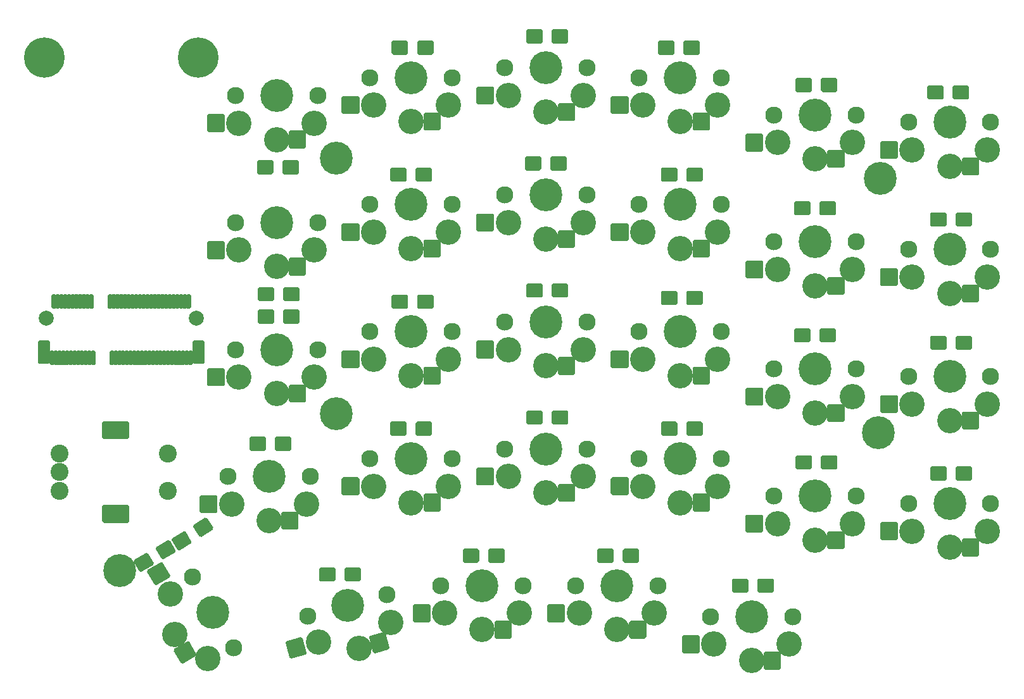
<source format=gbs>
G04 #@! TF.GenerationSoftware,KiCad,Pcbnew,(5.1.8-0-10_14)*
G04 #@! TF.CreationDate,2020-11-28T17:57:45-07:00*
G04 #@! TF.ProjectId,SofleKeyboard,536f666c-654b-4657-9962-6f6172642e6b,rev?*
G04 #@! TF.SameCoordinates,Original*
G04 #@! TF.FileFunction,Soldermask,Bot*
G04 #@! TF.FilePolarity,Negative*
%FSLAX46Y46*%
G04 Gerber Fmt 4.6, Leading zero omitted, Abs format (unit mm)*
G04 Created by KiCad (PCBNEW (5.1.8-0-10_14)) date 2020-11-28 17:57:45*
%MOMM*%
%LPD*%
G01*
G04 APERTURE LIST*
%ADD10C,2.000000*%
%ADD11C,1.500000*%
%ADD12C,5.400000*%
%ADD13C,2.300000*%
%ADD14C,4.400000*%
%ADD15C,3.400000*%
%ADD16C,2.400000*%
G04 APERTURE END LIST*
G36*
G01*
X108900000Y-82450000D02*
X108900000Y-80900000D01*
G75*
G02*
X109100000Y-80700000I200000J0D01*
G01*
X109400000Y-80700000D01*
G75*
G02*
X109600000Y-80900000I0J-200000D01*
G01*
X109600000Y-82450000D01*
G75*
G02*
X109400000Y-82650000I-200000J0D01*
G01*
X109100000Y-82650000D01*
G75*
G02*
X108900000Y-82450000I0J200000D01*
G01*
G37*
G36*
G01*
X109150000Y-90000000D02*
X109150000Y-88450000D01*
G75*
G02*
X109350000Y-88250000I200000J0D01*
G01*
X109650000Y-88250000D01*
G75*
G02*
X109850000Y-88450000I0J-200000D01*
G01*
X109850000Y-90000000D01*
G75*
G02*
X109650000Y-90200000I-200000J0D01*
G01*
X109350000Y-90200000D01*
G75*
G02*
X109150000Y-90000000I0J200000D01*
G01*
G37*
G36*
G01*
X107900000Y-82450000D02*
X107900000Y-80900000D01*
G75*
G02*
X108100000Y-80700000I200000J0D01*
G01*
X108400000Y-80700000D01*
G75*
G02*
X108600000Y-80900000I0J-200000D01*
G01*
X108600000Y-82450000D01*
G75*
G02*
X108400000Y-82650000I-200000J0D01*
G01*
X108100000Y-82650000D01*
G75*
G02*
X107900000Y-82450000I0J200000D01*
G01*
G37*
G36*
G01*
X107650000Y-90000000D02*
X107650000Y-88450000D01*
G75*
G02*
X107850000Y-88250000I200000J0D01*
G01*
X108150000Y-88250000D01*
G75*
G02*
X108350000Y-88450000I0J-200000D01*
G01*
X108350000Y-90000000D01*
G75*
G02*
X108150000Y-90200000I-200000J0D01*
G01*
X107850000Y-90200000D01*
G75*
G02*
X107650000Y-90000000I0J200000D01*
G01*
G37*
G36*
G01*
X107400000Y-82450000D02*
X107400000Y-80900000D01*
G75*
G02*
X107600000Y-80700000I200000J0D01*
G01*
X107900000Y-80700000D01*
G75*
G02*
X108100000Y-80900000I0J-200000D01*
G01*
X108100000Y-82450000D01*
G75*
G02*
X107900000Y-82650000I-200000J0D01*
G01*
X107600000Y-82650000D01*
G75*
G02*
X107400000Y-82450000I0J200000D01*
G01*
G37*
G36*
G01*
X107150000Y-90000000D02*
X107150000Y-88450000D01*
G75*
G02*
X107350000Y-88250000I200000J0D01*
G01*
X107650000Y-88250000D01*
G75*
G02*
X107850000Y-88450000I0J-200000D01*
G01*
X107850000Y-90000000D01*
G75*
G02*
X107650000Y-90200000I-200000J0D01*
G01*
X107350000Y-90200000D01*
G75*
G02*
X107150000Y-90000000I0J200000D01*
G01*
G37*
G36*
G01*
X106900000Y-82450000D02*
X106900000Y-80900000D01*
G75*
G02*
X107100000Y-80700000I200000J0D01*
G01*
X107400000Y-80700000D01*
G75*
G02*
X107600000Y-80900000I0J-200000D01*
G01*
X107600000Y-82450000D01*
G75*
G02*
X107400000Y-82650000I-200000J0D01*
G01*
X107100000Y-82650000D01*
G75*
G02*
X106900000Y-82450000I0J200000D01*
G01*
G37*
G36*
G01*
X106650000Y-90000000D02*
X106650000Y-88450000D01*
G75*
G02*
X106850000Y-88250000I200000J0D01*
G01*
X107150000Y-88250000D01*
G75*
G02*
X107350000Y-88450000I0J-200000D01*
G01*
X107350000Y-90000000D01*
G75*
G02*
X107150000Y-90200000I-200000J0D01*
G01*
X106850000Y-90200000D01*
G75*
G02*
X106650000Y-90000000I0J200000D01*
G01*
G37*
G36*
G01*
X106400000Y-82450000D02*
X106400000Y-80900000D01*
G75*
G02*
X106600000Y-80700000I200000J0D01*
G01*
X106900000Y-80700000D01*
G75*
G02*
X107100000Y-80900000I0J-200000D01*
G01*
X107100000Y-82450000D01*
G75*
G02*
X106900000Y-82650000I-200000J0D01*
G01*
X106600000Y-82650000D01*
G75*
G02*
X106400000Y-82450000I0J200000D01*
G01*
G37*
G36*
G01*
X106150000Y-90000000D02*
X106150000Y-88450000D01*
G75*
G02*
X106350000Y-88250000I200000J0D01*
G01*
X106650000Y-88250000D01*
G75*
G02*
X106850000Y-88450000I0J-200000D01*
G01*
X106850000Y-90000000D01*
G75*
G02*
X106650000Y-90200000I-200000J0D01*
G01*
X106350000Y-90200000D01*
G75*
G02*
X106150000Y-90000000I0J200000D01*
G01*
G37*
G36*
G01*
X105900000Y-82450000D02*
X105900000Y-80900000D01*
G75*
G02*
X106100000Y-80700000I200000J0D01*
G01*
X106400000Y-80700000D01*
G75*
G02*
X106600000Y-80900000I0J-200000D01*
G01*
X106600000Y-82450000D01*
G75*
G02*
X106400000Y-82650000I-200000J0D01*
G01*
X106100000Y-82650000D01*
G75*
G02*
X105900000Y-82450000I0J200000D01*
G01*
G37*
G36*
G01*
X105650000Y-90000000D02*
X105650000Y-88450000D01*
G75*
G02*
X105850000Y-88250000I200000J0D01*
G01*
X106150000Y-88250000D01*
G75*
G02*
X106350000Y-88450000I0J-200000D01*
G01*
X106350000Y-90000000D01*
G75*
G02*
X106150000Y-90200000I-200000J0D01*
G01*
X105850000Y-90200000D01*
G75*
G02*
X105650000Y-90000000I0J200000D01*
G01*
G37*
G36*
G01*
X105400000Y-82450000D02*
X105400000Y-80900000D01*
G75*
G02*
X105600000Y-80700000I200000J0D01*
G01*
X105900000Y-80700000D01*
G75*
G02*
X106100000Y-80900000I0J-200000D01*
G01*
X106100000Y-82450000D01*
G75*
G02*
X105900000Y-82650000I-200000J0D01*
G01*
X105600000Y-82650000D01*
G75*
G02*
X105400000Y-82450000I0J200000D01*
G01*
G37*
G36*
G01*
X105150000Y-90000000D02*
X105150000Y-88450000D01*
G75*
G02*
X105350000Y-88250000I200000J0D01*
G01*
X105650000Y-88250000D01*
G75*
G02*
X105850000Y-88450000I0J-200000D01*
G01*
X105850000Y-90000000D01*
G75*
G02*
X105650000Y-90200000I-200000J0D01*
G01*
X105350000Y-90200000D01*
G75*
G02*
X105150000Y-90000000I0J200000D01*
G01*
G37*
G36*
G01*
X104900000Y-82450000D02*
X104900000Y-80900000D01*
G75*
G02*
X105100000Y-80700000I200000J0D01*
G01*
X105400000Y-80700000D01*
G75*
G02*
X105600000Y-80900000I0J-200000D01*
G01*
X105600000Y-82450000D01*
G75*
G02*
X105400000Y-82650000I-200000J0D01*
G01*
X105100000Y-82650000D01*
G75*
G02*
X104900000Y-82450000I0J200000D01*
G01*
G37*
G36*
G01*
X104650000Y-90000000D02*
X104650000Y-88450000D01*
G75*
G02*
X104850000Y-88250000I200000J0D01*
G01*
X105150000Y-88250000D01*
G75*
G02*
X105350000Y-88450000I0J-200000D01*
G01*
X105350000Y-90000000D01*
G75*
G02*
X105150000Y-90200000I-200000J0D01*
G01*
X104850000Y-90200000D01*
G75*
G02*
X104650000Y-90000000I0J200000D01*
G01*
G37*
G36*
G01*
X104400000Y-82450000D02*
X104400000Y-80900000D01*
G75*
G02*
X104600000Y-80700000I200000J0D01*
G01*
X104900000Y-80700000D01*
G75*
G02*
X105100000Y-80900000I0J-200000D01*
G01*
X105100000Y-82450000D01*
G75*
G02*
X104900000Y-82650000I-200000J0D01*
G01*
X104600000Y-82650000D01*
G75*
G02*
X104400000Y-82450000I0J200000D01*
G01*
G37*
G36*
G01*
X104150000Y-90000000D02*
X104150000Y-88450000D01*
G75*
G02*
X104350000Y-88250000I200000J0D01*
G01*
X104650000Y-88250000D01*
G75*
G02*
X104850000Y-88450000I0J-200000D01*
G01*
X104850000Y-90000000D01*
G75*
G02*
X104650000Y-90200000I-200000J0D01*
G01*
X104350000Y-90200000D01*
G75*
G02*
X104150000Y-90000000I0J200000D01*
G01*
G37*
G36*
G01*
X103900000Y-82450000D02*
X103900000Y-80900000D01*
G75*
G02*
X104100000Y-80700000I200000J0D01*
G01*
X104400000Y-80700000D01*
G75*
G02*
X104600000Y-80900000I0J-200000D01*
G01*
X104600000Y-82450000D01*
G75*
G02*
X104400000Y-82650000I-200000J0D01*
G01*
X104100000Y-82650000D01*
G75*
G02*
X103900000Y-82450000I0J200000D01*
G01*
G37*
G36*
G01*
X103650000Y-90000000D02*
X103650000Y-88450000D01*
G75*
G02*
X103850000Y-88250000I200000J0D01*
G01*
X104150000Y-88250000D01*
G75*
G02*
X104350000Y-88450000I0J-200000D01*
G01*
X104350000Y-90000000D01*
G75*
G02*
X104150000Y-90200000I-200000J0D01*
G01*
X103850000Y-90200000D01*
G75*
G02*
X103650000Y-90000000I0J200000D01*
G01*
G37*
G36*
G01*
X103400000Y-82450000D02*
X103400000Y-80900000D01*
G75*
G02*
X103600000Y-80700000I200000J0D01*
G01*
X103900000Y-80700000D01*
G75*
G02*
X104100000Y-80900000I0J-200000D01*
G01*
X104100000Y-82450000D01*
G75*
G02*
X103900000Y-82650000I-200000J0D01*
G01*
X103600000Y-82650000D01*
G75*
G02*
X103400000Y-82450000I0J200000D01*
G01*
G37*
G36*
G01*
X103150000Y-90000000D02*
X103150000Y-88450000D01*
G75*
G02*
X103350000Y-88250000I200000J0D01*
G01*
X103650000Y-88250000D01*
G75*
G02*
X103850000Y-88450000I0J-200000D01*
G01*
X103850000Y-90000000D01*
G75*
G02*
X103650000Y-90200000I-200000J0D01*
G01*
X103350000Y-90200000D01*
G75*
G02*
X103150000Y-90000000I0J200000D01*
G01*
G37*
G36*
G01*
X102900000Y-82450000D02*
X102900000Y-80900000D01*
G75*
G02*
X103100000Y-80700000I200000J0D01*
G01*
X103400000Y-80700000D01*
G75*
G02*
X103600000Y-80900000I0J-200000D01*
G01*
X103600000Y-82450000D01*
G75*
G02*
X103400000Y-82650000I-200000J0D01*
G01*
X103100000Y-82650000D01*
G75*
G02*
X102900000Y-82450000I0J200000D01*
G01*
G37*
G36*
G01*
X102650000Y-90000000D02*
X102650000Y-88450000D01*
G75*
G02*
X102850000Y-88250000I200000J0D01*
G01*
X103150000Y-88250000D01*
G75*
G02*
X103350000Y-88450000I0J-200000D01*
G01*
X103350000Y-90000000D01*
G75*
G02*
X103150000Y-90200000I-200000J0D01*
G01*
X102850000Y-90200000D01*
G75*
G02*
X102650000Y-90000000I0J200000D01*
G01*
G37*
G36*
G01*
X102400000Y-82450000D02*
X102400000Y-80900000D01*
G75*
G02*
X102600000Y-80700000I200000J0D01*
G01*
X102900000Y-80700000D01*
G75*
G02*
X103100000Y-80900000I0J-200000D01*
G01*
X103100000Y-82450000D01*
G75*
G02*
X102900000Y-82650000I-200000J0D01*
G01*
X102600000Y-82650000D01*
G75*
G02*
X102400000Y-82450000I0J200000D01*
G01*
G37*
G36*
G01*
X102150000Y-90000000D02*
X102150000Y-88450000D01*
G75*
G02*
X102350000Y-88250000I200000J0D01*
G01*
X102650000Y-88250000D01*
G75*
G02*
X102850000Y-88450000I0J-200000D01*
G01*
X102850000Y-90000000D01*
G75*
G02*
X102650000Y-90200000I-200000J0D01*
G01*
X102350000Y-90200000D01*
G75*
G02*
X102150000Y-90000000I0J200000D01*
G01*
G37*
G36*
G01*
X101900000Y-82450000D02*
X101900000Y-80900000D01*
G75*
G02*
X102100000Y-80700000I200000J0D01*
G01*
X102400000Y-80700000D01*
G75*
G02*
X102600000Y-80900000I0J-200000D01*
G01*
X102600000Y-82450000D01*
G75*
G02*
X102400000Y-82650000I-200000J0D01*
G01*
X102100000Y-82650000D01*
G75*
G02*
X101900000Y-82450000I0J200000D01*
G01*
G37*
G36*
G01*
X101650000Y-90000000D02*
X101650000Y-88450000D01*
G75*
G02*
X101850000Y-88250000I200000J0D01*
G01*
X102150000Y-88250000D01*
G75*
G02*
X102350000Y-88450000I0J-200000D01*
G01*
X102350000Y-90000000D01*
G75*
G02*
X102150000Y-90200000I-200000J0D01*
G01*
X101850000Y-90200000D01*
G75*
G02*
X101650000Y-90000000I0J200000D01*
G01*
G37*
G36*
G01*
X101400000Y-82450000D02*
X101400000Y-80900000D01*
G75*
G02*
X101600000Y-80700000I200000J0D01*
G01*
X101900000Y-80700000D01*
G75*
G02*
X102100000Y-80900000I0J-200000D01*
G01*
X102100000Y-82450000D01*
G75*
G02*
X101900000Y-82650000I-200000J0D01*
G01*
X101600000Y-82650000D01*
G75*
G02*
X101400000Y-82450000I0J200000D01*
G01*
G37*
G36*
G01*
X101150000Y-90000000D02*
X101150000Y-88450000D01*
G75*
G02*
X101350000Y-88250000I200000J0D01*
G01*
X101650000Y-88250000D01*
G75*
G02*
X101850000Y-88450000I0J-200000D01*
G01*
X101850000Y-90000000D01*
G75*
G02*
X101650000Y-90200000I-200000J0D01*
G01*
X101350000Y-90200000D01*
G75*
G02*
X101150000Y-90000000I0J200000D01*
G01*
G37*
G36*
G01*
X100900000Y-82450000D02*
X100900000Y-80900000D01*
G75*
G02*
X101100000Y-80700000I200000J0D01*
G01*
X101400000Y-80700000D01*
G75*
G02*
X101600000Y-80900000I0J-200000D01*
G01*
X101600000Y-82450000D01*
G75*
G02*
X101400000Y-82650000I-200000J0D01*
G01*
X101100000Y-82650000D01*
G75*
G02*
X100900000Y-82450000I0J200000D01*
G01*
G37*
G36*
G01*
X100650000Y-90000000D02*
X100650000Y-88450000D01*
G75*
G02*
X100850000Y-88250000I200000J0D01*
G01*
X101150000Y-88250000D01*
G75*
G02*
X101350000Y-88450000I0J-200000D01*
G01*
X101350000Y-90000000D01*
G75*
G02*
X101150000Y-90200000I-200000J0D01*
G01*
X100850000Y-90200000D01*
G75*
G02*
X100650000Y-90000000I0J200000D01*
G01*
G37*
G36*
G01*
X100400000Y-82450000D02*
X100400000Y-80900000D01*
G75*
G02*
X100600000Y-80700000I200000J0D01*
G01*
X100900000Y-80700000D01*
G75*
G02*
X101100000Y-80900000I0J-200000D01*
G01*
X101100000Y-82450000D01*
G75*
G02*
X100900000Y-82650000I-200000J0D01*
G01*
X100600000Y-82650000D01*
G75*
G02*
X100400000Y-82450000I0J200000D01*
G01*
G37*
G36*
G01*
X100150000Y-90000000D02*
X100150000Y-88450000D01*
G75*
G02*
X100350000Y-88250000I200000J0D01*
G01*
X100650000Y-88250000D01*
G75*
G02*
X100850000Y-88450000I0J-200000D01*
G01*
X100850000Y-90000000D01*
G75*
G02*
X100650000Y-90200000I-200000J0D01*
G01*
X100350000Y-90200000D01*
G75*
G02*
X100150000Y-90000000I0J200000D01*
G01*
G37*
G36*
G01*
X99900000Y-82450000D02*
X99900000Y-80900000D01*
G75*
G02*
X100100000Y-80700000I200000J0D01*
G01*
X100400000Y-80700000D01*
G75*
G02*
X100600000Y-80900000I0J-200000D01*
G01*
X100600000Y-82450000D01*
G75*
G02*
X100400000Y-82650000I-200000J0D01*
G01*
X100100000Y-82650000D01*
G75*
G02*
X99900000Y-82450000I0J200000D01*
G01*
G37*
G36*
G01*
X99650000Y-90000000D02*
X99650000Y-88450000D01*
G75*
G02*
X99850000Y-88250000I200000J0D01*
G01*
X100150000Y-88250000D01*
G75*
G02*
X100350000Y-88450000I0J-200000D01*
G01*
X100350000Y-90000000D01*
G75*
G02*
X100150000Y-90200000I-200000J0D01*
G01*
X99850000Y-90200000D01*
G75*
G02*
X99650000Y-90000000I0J200000D01*
G01*
G37*
G36*
G01*
X99400000Y-82450000D02*
X99400000Y-80900000D01*
G75*
G02*
X99600000Y-80700000I200000J0D01*
G01*
X99900000Y-80700000D01*
G75*
G02*
X100100000Y-80900000I0J-200000D01*
G01*
X100100000Y-82450000D01*
G75*
G02*
X99900000Y-82650000I-200000J0D01*
G01*
X99600000Y-82650000D01*
G75*
G02*
X99400000Y-82450000I0J200000D01*
G01*
G37*
G36*
G01*
X99150000Y-90000000D02*
X99150000Y-88450000D01*
G75*
G02*
X99350000Y-88250000I200000J0D01*
G01*
X99650000Y-88250000D01*
G75*
G02*
X99850000Y-88450000I0J-200000D01*
G01*
X99850000Y-90000000D01*
G75*
G02*
X99650000Y-90200000I-200000J0D01*
G01*
X99350000Y-90200000D01*
G75*
G02*
X99150000Y-90000000I0J200000D01*
G01*
G37*
G36*
G01*
X98900000Y-82450000D02*
X98900000Y-80900000D01*
G75*
G02*
X99100000Y-80700000I200000J0D01*
G01*
X99400000Y-80700000D01*
G75*
G02*
X99600000Y-80900000I0J-200000D01*
G01*
X99600000Y-82450000D01*
G75*
G02*
X99400000Y-82650000I-200000J0D01*
G01*
X99100000Y-82650000D01*
G75*
G02*
X98900000Y-82450000I0J200000D01*
G01*
G37*
G36*
G01*
X96650000Y-90000000D02*
X96650000Y-88450000D01*
G75*
G02*
X96850000Y-88250000I200000J0D01*
G01*
X97150000Y-88250000D01*
G75*
G02*
X97350000Y-88450000I0J-200000D01*
G01*
X97350000Y-90000000D01*
G75*
G02*
X97150000Y-90200000I-200000J0D01*
G01*
X96850000Y-90200000D01*
G75*
G02*
X96650000Y-90000000I0J200000D01*
G01*
G37*
G36*
G01*
X96400000Y-82450000D02*
X96400000Y-80900000D01*
G75*
G02*
X96600000Y-80700000I200000J0D01*
G01*
X96900000Y-80700000D01*
G75*
G02*
X97100000Y-80900000I0J-200000D01*
G01*
X97100000Y-82450000D01*
G75*
G02*
X96900000Y-82650000I-200000J0D01*
G01*
X96600000Y-82650000D01*
G75*
G02*
X96400000Y-82450000I0J200000D01*
G01*
G37*
G36*
G01*
X96150000Y-90000000D02*
X96150000Y-88450000D01*
G75*
G02*
X96350000Y-88250000I200000J0D01*
G01*
X96650000Y-88250000D01*
G75*
G02*
X96850000Y-88450000I0J-200000D01*
G01*
X96850000Y-90000000D01*
G75*
G02*
X96650000Y-90200000I-200000J0D01*
G01*
X96350000Y-90200000D01*
G75*
G02*
X96150000Y-90000000I0J200000D01*
G01*
G37*
G36*
G01*
X95900000Y-82450000D02*
X95900000Y-80900000D01*
G75*
G02*
X96100000Y-80700000I200000J0D01*
G01*
X96400000Y-80700000D01*
G75*
G02*
X96600000Y-80900000I0J-200000D01*
G01*
X96600000Y-82450000D01*
G75*
G02*
X96400000Y-82650000I-200000J0D01*
G01*
X96100000Y-82650000D01*
G75*
G02*
X95900000Y-82450000I0J200000D01*
G01*
G37*
G36*
G01*
X95650000Y-90000000D02*
X95650000Y-88450000D01*
G75*
G02*
X95850000Y-88250000I200000J0D01*
G01*
X96150000Y-88250000D01*
G75*
G02*
X96350000Y-88450000I0J-200000D01*
G01*
X96350000Y-90000000D01*
G75*
G02*
X96150000Y-90200000I-200000J0D01*
G01*
X95850000Y-90200000D01*
G75*
G02*
X95650000Y-90000000I0J200000D01*
G01*
G37*
G36*
G01*
X95400000Y-82450000D02*
X95400000Y-80900000D01*
G75*
G02*
X95600000Y-80700000I200000J0D01*
G01*
X95900000Y-80700000D01*
G75*
G02*
X96100000Y-80900000I0J-200000D01*
G01*
X96100000Y-82450000D01*
G75*
G02*
X95900000Y-82650000I-200000J0D01*
G01*
X95600000Y-82650000D01*
G75*
G02*
X95400000Y-82450000I0J200000D01*
G01*
G37*
G36*
G01*
X95150000Y-90000000D02*
X95150000Y-88450000D01*
G75*
G02*
X95350000Y-88250000I200000J0D01*
G01*
X95650000Y-88250000D01*
G75*
G02*
X95850000Y-88450000I0J-200000D01*
G01*
X95850000Y-90000000D01*
G75*
G02*
X95650000Y-90200000I-200000J0D01*
G01*
X95350000Y-90200000D01*
G75*
G02*
X95150000Y-90000000I0J200000D01*
G01*
G37*
G36*
G01*
X94900000Y-82450000D02*
X94900000Y-80900000D01*
G75*
G02*
X95100000Y-80700000I200000J0D01*
G01*
X95400000Y-80700000D01*
G75*
G02*
X95600000Y-80900000I0J-200000D01*
G01*
X95600000Y-82450000D01*
G75*
G02*
X95400000Y-82650000I-200000J0D01*
G01*
X95100000Y-82650000D01*
G75*
G02*
X94900000Y-82450000I0J200000D01*
G01*
G37*
G36*
G01*
X94650000Y-90000000D02*
X94650000Y-88450000D01*
G75*
G02*
X94850000Y-88250000I200000J0D01*
G01*
X95150000Y-88250000D01*
G75*
G02*
X95350000Y-88450000I0J-200000D01*
G01*
X95350000Y-90000000D01*
G75*
G02*
X95150000Y-90200000I-200000J0D01*
G01*
X94850000Y-90200000D01*
G75*
G02*
X94650000Y-90000000I0J200000D01*
G01*
G37*
G36*
G01*
X94400000Y-82450000D02*
X94400000Y-80900000D01*
G75*
G02*
X94600000Y-80700000I200000J0D01*
G01*
X94900000Y-80700000D01*
G75*
G02*
X95100000Y-80900000I0J-200000D01*
G01*
X95100000Y-82450000D01*
G75*
G02*
X94900000Y-82650000I-200000J0D01*
G01*
X94600000Y-82650000D01*
G75*
G02*
X94400000Y-82450000I0J200000D01*
G01*
G37*
G36*
G01*
X94150000Y-90000000D02*
X94150000Y-88450000D01*
G75*
G02*
X94350000Y-88250000I200000J0D01*
G01*
X94650000Y-88250000D01*
G75*
G02*
X94850000Y-88450000I0J-200000D01*
G01*
X94850000Y-90000000D01*
G75*
G02*
X94650000Y-90200000I-200000J0D01*
G01*
X94350000Y-90200000D01*
G75*
G02*
X94150000Y-90000000I0J200000D01*
G01*
G37*
G36*
G01*
X93900000Y-82450000D02*
X93900000Y-80900000D01*
G75*
G02*
X94100000Y-80700000I200000J0D01*
G01*
X94400000Y-80700000D01*
G75*
G02*
X94600000Y-80900000I0J-200000D01*
G01*
X94600000Y-82450000D01*
G75*
G02*
X94400000Y-82650000I-200000J0D01*
G01*
X94100000Y-82650000D01*
G75*
G02*
X93900000Y-82450000I0J200000D01*
G01*
G37*
G36*
G01*
X93650000Y-90000000D02*
X93650000Y-88450000D01*
G75*
G02*
X93850000Y-88250000I200000J0D01*
G01*
X94150000Y-88250000D01*
G75*
G02*
X94350000Y-88450000I0J-200000D01*
G01*
X94350000Y-90000000D01*
G75*
G02*
X94150000Y-90200000I-200000J0D01*
G01*
X93850000Y-90200000D01*
G75*
G02*
X93650000Y-90000000I0J200000D01*
G01*
G37*
G36*
G01*
X93400000Y-82450000D02*
X93400000Y-80900000D01*
G75*
G02*
X93600000Y-80700000I200000J0D01*
G01*
X93900000Y-80700000D01*
G75*
G02*
X94100000Y-80900000I0J-200000D01*
G01*
X94100000Y-82450000D01*
G75*
G02*
X93900000Y-82650000I-200000J0D01*
G01*
X93600000Y-82650000D01*
G75*
G02*
X93400000Y-82450000I0J200000D01*
G01*
G37*
G36*
G01*
X93150000Y-90000000D02*
X93150000Y-88450000D01*
G75*
G02*
X93350000Y-88250000I200000J0D01*
G01*
X93650000Y-88250000D01*
G75*
G02*
X93850000Y-88450000I0J-200000D01*
G01*
X93850000Y-90000000D01*
G75*
G02*
X93650000Y-90200000I-200000J0D01*
G01*
X93350000Y-90200000D01*
G75*
G02*
X93150000Y-90000000I0J200000D01*
G01*
G37*
G36*
G01*
X92900000Y-82450000D02*
X92900000Y-80900000D01*
G75*
G02*
X93100000Y-80700000I200000J0D01*
G01*
X93400000Y-80700000D01*
G75*
G02*
X93600000Y-80900000I0J-200000D01*
G01*
X93600000Y-82450000D01*
G75*
G02*
X93400000Y-82650000I-200000J0D01*
G01*
X93100000Y-82650000D01*
G75*
G02*
X92900000Y-82450000I0J200000D01*
G01*
G37*
G36*
G01*
X92650000Y-90000000D02*
X92650000Y-88450000D01*
G75*
G02*
X92850000Y-88250000I200000J0D01*
G01*
X93150000Y-88250000D01*
G75*
G02*
X93350000Y-88450000I0J-200000D01*
G01*
X93350000Y-90000000D01*
G75*
G02*
X93150000Y-90200000I-200000J0D01*
G01*
X92850000Y-90200000D01*
G75*
G02*
X92650000Y-90000000I0J200000D01*
G01*
G37*
G36*
G01*
X92400000Y-82450000D02*
X92400000Y-80900000D01*
G75*
G02*
X92600000Y-80700000I200000J0D01*
G01*
X92900000Y-80700000D01*
G75*
G02*
X93100000Y-80900000I0J-200000D01*
G01*
X93100000Y-82450000D01*
G75*
G02*
X92900000Y-82650000I-200000J0D01*
G01*
X92600000Y-82650000D01*
G75*
G02*
X92400000Y-82450000I0J200000D01*
G01*
G37*
G36*
G01*
X92150000Y-90000000D02*
X92150000Y-88450000D01*
G75*
G02*
X92350000Y-88250000I200000J0D01*
G01*
X92650000Y-88250000D01*
G75*
G02*
X92850000Y-88450000I0J-200000D01*
G01*
X92850000Y-90000000D01*
G75*
G02*
X92650000Y-90200000I-200000J0D01*
G01*
X92350000Y-90200000D01*
G75*
G02*
X92150000Y-90000000I0J200000D01*
G01*
G37*
G36*
G01*
X91900000Y-82450000D02*
X91900000Y-80900000D01*
G75*
G02*
X92100000Y-80700000I200000J0D01*
G01*
X92400000Y-80700000D01*
G75*
G02*
X92600000Y-80900000I0J-200000D01*
G01*
X92600000Y-82450000D01*
G75*
G02*
X92400000Y-82650000I-200000J0D01*
G01*
X92100000Y-82650000D01*
G75*
G02*
X91900000Y-82450000I0J200000D01*
G01*
G37*
G36*
G01*
X91650000Y-90000000D02*
X91650000Y-88450000D01*
G75*
G02*
X91850000Y-88250000I200000J0D01*
G01*
X92150000Y-88250000D01*
G75*
G02*
X92350000Y-88450000I0J-200000D01*
G01*
X92350000Y-90000000D01*
G75*
G02*
X92150000Y-90200000I-200000J0D01*
G01*
X91850000Y-90200000D01*
G75*
G02*
X91650000Y-90000000I0J200000D01*
G01*
G37*
G36*
G01*
X91400000Y-82450000D02*
X91400000Y-80900000D01*
G75*
G02*
X91600000Y-80700000I200000J0D01*
G01*
X91900000Y-80700000D01*
G75*
G02*
X92100000Y-80900000I0J-200000D01*
G01*
X92100000Y-82450000D01*
G75*
G02*
X91900000Y-82650000I-200000J0D01*
G01*
X91600000Y-82650000D01*
G75*
G02*
X91400000Y-82450000I0J200000D01*
G01*
G37*
G36*
G01*
X91150000Y-90000000D02*
X91150000Y-88450000D01*
G75*
G02*
X91350000Y-88250000I200000J0D01*
G01*
X91650000Y-88250000D01*
G75*
G02*
X91850000Y-88450000I0J-200000D01*
G01*
X91850000Y-90000000D01*
G75*
G02*
X91650000Y-90200000I-200000J0D01*
G01*
X91350000Y-90200000D01*
G75*
G02*
X91150000Y-90000000I0J200000D01*
G01*
G37*
D10*
X110750000Y-83950000D03*
D11*
X90750000Y-83950000D03*
G36*
G01*
X109400000Y-82450000D02*
X109400000Y-80900000D01*
G75*
G02*
X109600000Y-80700000I200000J0D01*
G01*
X109900000Y-80700000D01*
G75*
G02*
X110100000Y-80900000I0J-200000D01*
G01*
X110100000Y-82450000D01*
G75*
G02*
X109900000Y-82650000I-200000J0D01*
G01*
X109600000Y-82650000D01*
G75*
G02*
X109400000Y-82450000I0J200000D01*
G01*
G37*
G36*
G01*
X108650000Y-90000000D02*
X108650000Y-88450000D01*
G75*
G02*
X108850000Y-88250000I200000J0D01*
G01*
X109150000Y-88250000D01*
G75*
G02*
X109350000Y-88450000I0J-200000D01*
G01*
X109350000Y-90000000D01*
G75*
G02*
X109150000Y-90200000I-200000J0D01*
G01*
X108850000Y-90200000D01*
G75*
G02*
X108650000Y-90000000I0J200000D01*
G01*
G37*
G36*
G01*
X109650000Y-90000000D02*
X109650000Y-88450000D01*
G75*
G02*
X109850000Y-88250000I200000J0D01*
G01*
X110150000Y-88250000D01*
G75*
G02*
X110350000Y-88450000I0J-200000D01*
G01*
X110350000Y-90000000D01*
G75*
G02*
X110150000Y-90200000I-200000J0D01*
G01*
X109850000Y-90200000D01*
G75*
G02*
X109650000Y-90000000I0J200000D01*
G01*
G37*
G36*
G01*
X110300000Y-89825000D02*
X110300000Y-87075000D01*
G75*
G02*
X110500000Y-86875000I200000J0D01*
G01*
X111700000Y-86875000D01*
G75*
G02*
X111900000Y-87075000I0J-200000D01*
G01*
X111900000Y-89825000D01*
G75*
G02*
X111700000Y-90025000I-200000J0D01*
G01*
X110500000Y-90025000D01*
G75*
G02*
X110300000Y-89825000I0J200000D01*
G01*
G37*
G36*
G01*
X108400000Y-82450000D02*
X108400000Y-80900000D01*
G75*
G02*
X108600000Y-80700000I200000J0D01*
G01*
X108900000Y-80700000D01*
G75*
G02*
X109100000Y-80900000I0J-200000D01*
G01*
X109100000Y-82450000D01*
G75*
G02*
X108900000Y-82650000I-200000J0D01*
G01*
X108600000Y-82650000D01*
G75*
G02*
X108400000Y-82450000I0J200000D01*
G01*
G37*
G36*
G01*
X108150000Y-90000000D02*
X108150000Y-88450000D01*
G75*
G02*
X108350000Y-88250000I200000J0D01*
G01*
X108650000Y-88250000D01*
G75*
G02*
X108850000Y-88450000I0J-200000D01*
G01*
X108850000Y-90000000D01*
G75*
G02*
X108650000Y-90200000I-200000J0D01*
G01*
X108350000Y-90200000D01*
G75*
G02*
X108150000Y-90000000I0J200000D01*
G01*
G37*
G36*
G01*
X89600000Y-89825000D02*
X89600000Y-87075000D01*
G75*
G02*
X89800000Y-86875000I200000J0D01*
G01*
X91000000Y-86875000D01*
G75*
G02*
X91200000Y-87075000I0J-200000D01*
G01*
X91200000Y-89825000D01*
G75*
G02*
X91000000Y-90025000I-200000J0D01*
G01*
X89800000Y-90025000D01*
G75*
G02*
X89600000Y-89825000I0J200000D01*
G01*
G37*
D12*
X90500000Y-49050000D03*
X111000000Y-49050000D03*
D11*
X110750000Y-83950000D03*
D10*
X90750000Y-83950000D03*
D13*
X190500000Y-123850000D03*
X179500000Y-123850000D03*
D14*
X185000000Y-123850000D03*
D15*
X185000000Y-129750000D03*
X180000000Y-127550000D03*
G36*
G01*
X188950000Y-128750000D02*
X188950000Y-130750000D01*
G75*
G02*
X188750000Y-130950000I-200000J0D01*
G01*
X186850000Y-130950000D01*
G75*
G02*
X186650000Y-130750000I0J200000D01*
G01*
X186650000Y-128750000D01*
G75*
G02*
X186850000Y-128550000I200000J0D01*
G01*
X188750000Y-128550000D01*
G75*
G02*
X188950000Y-128750000I0J-200000D01*
G01*
G37*
G36*
G01*
X178100000Y-126550000D02*
X178100000Y-128550000D01*
G75*
G02*
X177900000Y-128750000I-200000J0D01*
G01*
X175900000Y-128750000D01*
G75*
G02*
X175700000Y-128550000I0J200000D01*
G01*
X175700000Y-126550000D01*
G75*
G02*
X175900000Y-126350000I200000J0D01*
G01*
X177900000Y-126350000D01*
G75*
G02*
X178100000Y-126550000I0J-200000D01*
G01*
G37*
X190000000Y-127550000D03*
D13*
X172500000Y-119700000D03*
X161500000Y-119700000D03*
D14*
X167000000Y-119700000D03*
D15*
X167000000Y-125600000D03*
X162000000Y-123400000D03*
G36*
G01*
X170950000Y-124600000D02*
X170950000Y-126600000D01*
G75*
G02*
X170750000Y-126800000I-200000J0D01*
G01*
X168850000Y-126800000D01*
G75*
G02*
X168650000Y-126600000I0J200000D01*
G01*
X168650000Y-124600000D01*
G75*
G02*
X168850000Y-124400000I200000J0D01*
G01*
X170750000Y-124400000D01*
G75*
G02*
X170950000Y-124600000I0J-200000D01*
G01*
G37*
G36*
G01*
X160100000Y-122400000D02*
X160100000Y-124400000D01*
G75*
G02*
X159900000Y-124600000I-200000J0D01*
G01*
X157900000Y-124600000D01*
G75*
G02*
X157700000Y-124400000I0J200000D01*
G01*
X157700000Y-122400000D01*
G75*
G02*
X157900000Y-122200000I200000J0D01*
G01*
X159900000Y-122200000D01*
G75*
G02*
X160100000Y-122400000I0J-200000D01*
G01*
G37*
X172000000Y-123400000D03*
D13*
X154500000Y-119700000D03*
X143500000Y-119700000D03*
D14*
X149000000Y-119700000D03*
D15*
X149000000Y-125600000D03*
X144000000Y-123400000D03*
G36*
G01*
X152950000Y-124600000D02*
X152950000Y-126600000D01*
G75*
G02*
X152750000Y-126800000I-200000J0D01*
G01*
X150850000Y-126800000D01*
G75*
G02*
X150650000Y-126600000I0J200000D01*
G01*
X150650000Y-124600000D01*
G75*
G02*
X150850000Y-124400000I200000J0D01*
G01*
X152750000Y-124400000D01*
G75*
G02*
X152950000Y-124600000I0J-200000D01*
G01*
G37*
G36*
G01*
X142100000Y-122400000D02*
X142100000Y-124400000D01*
G75*
G02*
X141900000Y-124600000I-200000J0D01*
G01*
X139900000Y-124600000D01*
G75*
G02*
X139700000Y-124400000I0J200000D01*
G01*
X139700000Y-122400000D01*
G75*
G02*
X139900000Y-122200000I200000J0D01*
G01*
X141900000Y-122200000D01*
G75*
G02*
X142100000Y-122400000I0J-200000D01*
G01*
G37*
X154000000Y-123400000D03*
D13*
X136312592Y-120946495D03*
X125687408Y-123793505D03*
D14*
X131000000Y-122370000D03*
D15*
X132527032Y-128068962D03*
X127128001Y-127238021D03*
G36*
G01*
X136083620Y-126080701D02*
X136601259Y-128012553D01*
G75*
G02*
X136459838Y-128257502I-193185J-51764D01*
G01*
X134624579Y-128749258D01*
G75*
G02*
X134379630Y-128607837I-51764J193185D01*
G01*
X133861991Y-126675985D01*
G75*
G02*
X134003412Y-126431036I193185J51764D01*
G01*
X135838671Y-125939280D01*
G75*
G02*
X136083620Y-126080701I51764J-193185D01*
G01*
G37*
G36*
G01*
X125033923Y-126763851D02*
X125551561Y-128695703D01*
G75*
G02*
X125410140Y-128940652I-193185J-51764D01*
G01*
X123478288Y-129458290D01*
G75*
G02*
X123233339Y-129316869I-51764J193185D01*
G01*
X122715701Y-127385017D01*
G75*
G02*
X122857122Y-127140068I193185J51764D01*
G01*
X124788974Y-126622430D01*
G75*
G02*
X125033923Y-126763851I51764J-193185D01*
G01*
G37*
X136787260Y-124649830D03*
D13*
X115750000Y-128033140D03*
X110250000Y-118506860D03*
D14*
X113000000Y-123270000D03*
D15*
X107890450Y-126220000D03*
X107295706Y-120789873D03*
G36*
G01*
X110731475Y-129140800D02*
X108999425Y-130140800D01*
G75*
G02*
X108726220Y-130067595I-100000J173205D01*
G01*
X107776220Y-128422147D01*
G75*
G02*
X107849425Y-128148942I173205J100000D01*
G01*
X109581475Y-127148942D01*
G75*
G02*
X109854680Y-127222147I100000J-173205D01*
G01*
X110804680Y-128867595D01*
G75*
G02*
X110731475Y-129140800I-173205J-100000D01*
G01*
G37*
G36*
G01*
X107211731Y-118644424D02*
X105479681Y-119644424D01*
G75*
G02*
X105206476Y-119571219I-100000J173205D01*
G01*
X104206476Y-117839169D01*
G75*
G02*
X104279681Y-117565964I173205J100000D01*
G01*
X106011731Y-116565964D01*
G75*
G02*
X106284936Y-116639169I100000J-173205D01*
G01*
X107284936Y-118371219D01*
G75*
G02*
X107211731Y-118644424I-173205J-100000D01*
G01*
G37*
X112295706Y-129450127D03*
D13*
X217000000Y-108700000D03*
X206000000Y-108700000D03*
D14*
X211500000Y-108700000D03*
D15*
X211500000Y-114600000D03*
X206500000Y-112400000D03*
G36*
G01*
X215450000Y-113600000D02*
X215450000Y-115600000D01*
G75*
G02*
X215250000Y-115800000I-200000J0D01*
G01*
X213350000Y-115800000D01*
G75*
G02*
X213150000Y-115600000I0J200000D01*
G01*
X213150000Y-113600000D01*
G75*
G02*
X213350000Y-113400000I200000J0D01*
G01*
X215250000Y-113400000D01*
G75*
G02*
X215450000Y-113600000I0J-200000D01*
G01*
G37*
G36*
G01*
X204600000Y-111400000D02*
X204600000Y-113400000D01*
G75*
G02*
X204400000Y-113600000I-200000J0D01*
G01*
X202400000Y-113600000D01*
G75*
G02*
X202200000Y-113400000I0J200000D01*
G01*
X202200000Y-111400000D01*
G75*
G02*
X202400000Y-111200000I200000J0D01*
G01*
X204400000Y-111200000D01*
G75*
G02*
X204600000Y-111400000I0J-200000D01*
G01*
G37*
X216500000Y-112400000D03*
D13*
X199000000Y-107700000D03*
X188000000Y-107700000D03*
D14*
X193500000Y-107700000D03*
D15*
X193500000Y-113600000D03*
X188500000Y-111400000D03*
G36*
G01*
X197450000Y-112600000D02*
X197450000Y-114600000D01*
G75*
G02*
X197250000Y-114800000I-200000J0D01*
G01*
X195350000Y-114800000D01*
G75*
G02*
X195150000Y-114600000I0J200000D01*
G01*
X195150000Y-112600000D01*
G75*
G02*
X195350000Y-112400000I200000J0D01*
G01*
X197250000Y-112400000D01*
G75*
G02*
X197450000Y-112600000I0J-200000D01*
G01*
G37*
G36*
G01*
X186600000Y-110400000D02*
X186600000Y-112400000D01*
G75*
G02*
X186400000Y-112600000I-200000J0D01*
G01*
X184400000Y-112600000D01*
G75*
G02*
X184200000Y-112400000I0J200000D01*
G01*
X184200000Y-110400000D01*
G75*
G02*
X184400000Y-110200000I200000J0D01*
G01*
X186400000Y-110200000D01*
G75*
G02*
X186600000Y-110400000I0J-200000D01*
G01*
G37*
X198500000Y-111400000D03*
D13*
X181000000Y-102700000D03*
X170000000Y-102700000D03*
D14*
X175500000Y-102700000D03*
D15*
X175500000Y-108600000D03*
X170500000Y-106400000D03*
G36*
G01*
X179450000Y-107600000D02*
X179450000Y-109600000D01*
G75*
G02*
X179250000Y-109800000I-200000J0D01*
G01*
X177350000Y-109800000D01*
G75*
G02*
X177150000Y-109600000I0J200000D01*
G01*
X177150000Y-107600000D01*
G75*
G02*
X177350000Y-107400000I200000J0D01*
G01*
X179250000Y-107400000D01*
G75*
G02*
X179450000Y-107600000I0J-200000D01*
G01*
G37*
G36*
G01*
X168600000Y-105400000D02*
X168600000Y-107400000D01*
G75*
G02*
X168400000Y-107600000I-200000J0D01*
G01*
X166400000Y-107600000D01*
G75*
G02*
X166200000Y-107400000I0J200000D01*
G01*
X166200000Y-105400000D01*
G75*
G02*
X166400000Y-105200000I200000J0D01*
G01*
X168400000Y-105200000D01*
G75*
G02*
X168600000Y-105400000I0J-200000D01*
G01*
G37*
X180500000Y-106400000D03*
D13*
X163000000Y-101400000D03*
X152000000Y-101400000D03*
D14*
X157500000Y-101400000D03*
D15*
X157500000Y-107300000D03*
X152500000Y-105100000D03*
G36*
G01*
X161450000Y-106300000D02*
X161450000Y-108300000D01*
G75*
G02*
X161250000Y-108500000I-200000J0D01*
G01*
X159350000Y-108500000D01*
G75*
G02*
X159150000Y-108300000I0J200000D01*
G01*
X159150000Y-106300000D01*
G75*
G02*
X159350000Y-106100000I200000J0D01*
G01*
X161250000Y-106100000D01*
G75*
G02*
X161450000Y-106300000I0J-200000D01*
G01*
G37*
G36*
G01*
X150600000Y-104100000D02*
X150600000Y-106100000D01*
G75*
G02*
X150400000Y-106300000I-200000J0D01*
G01*
X148400000Y-106300000D01*
G75*
G02*
X148200000Y-106100000I0J200000D01*
G01*
X148200000Y-104100000D01*
G75*
G02*
X148400000Y-103900000I200000J0D01*
G01*
X150400000Y-103900000D01*
G75*
G02*
X150600000Y-104100000I0J-200000D01*
G01*
G37*
X162500000Y-105100000D03*
D13*
X145000000Y-102700000D03*
X134000000Y-102700000D03*
D14*
X139500000Y-102700000D03*
D15*
X139500000Y-108600000D03*
X134500000Y-106400000D03*
G36*
G01*
X143450000Y-107600000D02*
X143450000Y-109600000D01*
G75*
G02*
X143250000Y-109800000I-200000J0D01*
G01*
X141350000Y-109800000D01*
G75*
G02*
X141150000Y-109600000I0J200000D01*
G01*
X141150000Y-107600000D01*
G75*
G02*
X141350000Y-107400000I200000J0D01*
G01*
X143250000Y-107400000D01*
G75*
G02*
X143450000Y-107600000I0J-200000D01*
G01*
G37*
G36*
G01*
X132600000Y-105400000D02*
X132600000Y-107400000D01*
G75*
G02*
X132400000Y-107600000I-200000J0D01*
G01*
X130400000Y-107600000D01*
G75*
G02*
X130200000Y-107400000I0J200000D01*
G01*
X130200000Y-105400000D01*
G75*
G02*
X130400000Y-105200000I200000J0D01*
G01*
X132400000Y-105200000D01*
G75*
G02*
X132600000Y-105400000I0J-200000D01*
G01*
G37*
X144500000Y-106400000D03*
D13*
X126000000Y-105100000D03*
X115000000Y-105100000D03*
D14*
X120500000Y-105100000D03*
D15*
X120500000Y-111000000D03*
X115500000Y-108800000D03*
G36*
G01*
X124450000Y-110000000D02*
X124450000Y-112000000D01*
G75*
G02*
X124250000Y-112200000I-200000J0D01*
G01*
X122350000Y-112200000D01*
G75*
G02*
X122150000Y-112000000I0J200000D01*
G01*
X122150000Y-110000000D01*
G75*
G02*
X122350000Y-109800000I200000J0D01*
G01*
X124250000Y-109800000D01*
G75*
G02*
X124450000Y-110000000I0J-200000D01*
G01*
G37*
G36*
G01*
X113600000Y-107800000D02*
X113600000Y-109800000D01*
G75*
G02*
X113400000Y-110000000I-200000J0D01*
G01*
X111400000Y-110000000D01*
G75*
G02*
X111200000Y-109800000I0J200000D01*
G01*
X111200000Y-107800000D01*
G75*
G02*
X111400000Y-107600000I200000J0D01*
G01*
X113400000Y-107600000D01*
G75*
G02*
X113600000Y-107800000I0J-200000D01*
G01*
G37*
X125500000Y-108800000D03*
D13*
X217000000Y-91700000D03*
X206000000Y-91700000D03*
D14*
X211500000Y-91700000D03*
D15*
X211500000Y-97600000D03*
X206500000Y-95400000D03*
G36*
G01*
X215450000Y-96600000D02*
X215450000Y-98600000D01*
G75*
G02*
X215250000Y-98800000I-200000J0D01*
G01*
X213350000Y-98800000D01*
G75*
G02*
X213150000Y-98600000I0J200000D01*
G01*
X213150000Y-96600000D01*
G75*
G02*
X213350000Y-96400000I200000J0D01*
G01*
X215250000Y-96400000D01*
G75*
G02*
X215450000Y-96600000I0J-200000D01*
G01*
G37*
G36*
G01*
X204600000Y-94400000D02*
X204600000Y-96400000D01*
G75*
G02*
X204400000Y-96600000I-200000J0D01*
G01*
X202400000Y-96600000D01*
G75*
G02*
X202200000Y-96400000I0J200000D01*
G01*
X202200000Y-94400000D01*
G75*
G02*
X202400000Y-94200000I200000J0D01*
G01*
X204400000Y-94200000D01*
G75*
G02*
X204600000Y-94400000I0J-200000D01*
G01*
G37*
X216500000Y-95400000D03*
D13*
X199000000Y-90700000D03*
X188000000Y-90700000D03*
D14*
X193500000Y-90700000D03*
D15*
X193500000Y-96600000D03*
X188500000Y-94400000D03*
G36*
G01*
X197450000Y-95600000D02*
X197450000Y-97600000D01*
G75*
G02*
X197250000Y-97800000I-200000J0D01*
G01*
X195350000Y-97800000D01*
G75*
G02*
X195150000Y-97600000I0J200000D01*
G01*
X195150000Y-95600000D01*
G75*
G02*
X195350000Y-95400000I200000J0D01*
G01*
X197250000Y-95400000D01*
G75*
G02*
X197450000Y-95600000I0J-200000D01*
G01*
G37*
G36*
G01*
X186600000Y-93400000D02*
X186600000Y-95400000D01*
G75*
G02*
X186400000Y-95600000I-200000J0D01*
G01*
X184400000Y-95600000D01*
G75*
G02*
X184200000Y-95400000I0J200000D01*
G01*
X184200000Y-93400000D01*
G75*
G02*
X184400000Y-93200000I200000J0D01*
G01*
X186400000Y-93200000D01*
G75*
G02*
X186600000Y-93400000I0J-200000D01*
G01*
G37*
X198500000Y-94400000D03*
D13*
X181000000Y-85700000D03*
X170000000Y-85700000D03*
D14*
X175500000Y-85700000D03*
D15*
X175500000Y-91600000D03*
X170500000Y-89400000D03*
G36*
G01*
X179450000Y-90600000D02*
X179450000Y-92600000D01*
G75*
G02*
X179250000Y-92800000I-200000J0D01*
G01*
X177350000Y-92800000D01*
G75*
G02*
X177150000Y-92600000I0J200000D01*
G01*
X177150000Y-90600000D01*
G75*
G02*
X177350000Y-90400000I200000J0D01*
G01*
X179250000Y-90400000D01*
G75*
G02*
X179450000Y-90600000I0J-200000D01*
G01*
G37*
G36*
G01*
X168600000Y-88400000D02*
X168600000Y-90400000D01*
G75*
G02*
X168400000Y-90600000I-200000J0D01*
G01*
X166400000Y-90600000D01*
G75*
G02*
X166200000Y-90400000I0J200000D01*
G01*
X166200000Y-88400000D01*
G75*
G02*
X166400000Y-88200000I200000J0D01*
G01*
X168400000Y-88200000D01*
G75*
G02*
X168600000Y-88400000I0J-200000D01*
G01*
G37*
X180500000Y-89400000D03*
D13*
X163000000Y-84400000D03*
X152000000Y-84400000D03*
D14*
X157500000Y-84400000D03*
D15*
X157500000Y-90300000D03*
X152500000Y-88100000D03*
G36*
G01*
X161450000Y-89300000D02*
X161450000Y-91300000D01*
G75*
G02*
X161250000Y-91500000I-200000J0D01*
G01*
X159350000Y-91500000D01*
G75*
G02*
X159150000Y-91300000I0J200000D01*
G01*
X159150000Y-89300000D01*
G75*
G02*
X159350000Y-89100000I200000J0D01*
G01*
X161250000Y-89100000D01*
G75*
G02*
X161450000Y-89300000I0J-200000D01*
G01*
G37*
G36*
G01*
X150600000Y-87100000D02*
X150600000Y-89100000D01*
G75*
G02*
X150400000Y-89300000I-200000J0D01*
G01*
X148400000Y-89300000D01*
G75*
G02*
X148200000Y-89100000I0J200000D01*
G01*
X148200000Y-87100000D01*
G75*
G02*
X148400000Y-86900000I200000J0D01*
G01*
X150400000Y-86900000D01*
G75*
G02*
X150600000Y-87100000I0J-200000D01*
G01*
G37*
X162500000Y-88100000D03*
D13*
X145000000Y-85700000D03*
X134000000Y-85700000D03*
D14*
X139500000Y-85700000D03*
D15*
X139500000Y-91600000D03*
X134500000Y-89400000D03*
G36*
G01*
X143450000Y-90600000D02*
X143450000Y-92600000D01*
G75*
G02*
X143250000Y-92800000I-200000J0D01*
G01*
X141350000Y-92800000D01*
G75*
G02*
X141150000Y-92600000I0J200000D01*
G01*
X141150000Y-90600000D01*
G75*
G02*
X141350000Y-90400000I200000J0D01*
G01*
X143250000Y-90400000D01*
G75*
G02*
X143450000Y-90600000I0J-200000D01*
G01*
G37*
G36*
G01*
X132600000Y-88400000D02*
X132600000Y-90400000D01*
G75*
G02*
X132400000Y-90600000I-200000J0D01*
G01*
X130400000Y-90600000D01*
G75*
G02*
X130200000Y-90400000I0J200000D01*
G01*
X130200000Y-88400000D01*
G75*
G02*
X130400000Y-88200000I200000J0D01*
G01*
X132400000Y-88200000D01*
G75*
G02*
X132600000Y-88400000I0J-200000D01*
G01*
G37*
X144500000Y-89400000D03*
D13*
X127000000Y-88100000D03*
X116000000Y-88100000D03*
D14*
X121500000Y-88100000D03*
D15*
X121500000Y-94000000D03*
X116500000Y-91800000D03*
G36*
G01*
X125450000Y-93000000D02*
X125450000Y-95000000D01*
G75*
G02*
X125250000Y-95200000I-200000J0D01*
G01*
X123350000Y-95200000D01*
G75*
G02*
X123150000Y-95000000I0J200000D01*
G01*
X123150000Y-93000000D01*
G75*
G02*
X123350000Y-92800000I200000J0D01*
G01*
X125250000Y-92800000D01*
G75*
G02*
X125450000Y-93000000I0J-200000D01*
G01*
G37*
G36*
G01*
X114600000Y-90800000D02*
X114600000Y-92800000D01*
G75*
G02*
X114400000Y-93000000I-200000J0D01*
G01*
X112400000Y-93000000D01*
G75*
G02*
X112200000Y-92800000I0J200000D01*
G01*
X112200000Y-90800000D01*
G75*
G02*
X112400000Y-90600000I200000J0D01*
G01*
X114400000Y-90600000D01*
G75*
G02*
X114600000Y-90800000I0J-200000D01*
G01*
G37*
X126500000Y-91800000D03*
D13*
X217000000Y-74700000D03*
X206000000Y-74700000D03*
D14*
X211500000Y-74700000D03*
D15*
X211500000Y-80600000D03*
X206500000Y-78400000D03*
G36*
G01*
X215450000Y-79600000D02*
X215450000Y-81600000D01*
G75*
G02*
X215250000Y-81800000I-200000J0D01*
G01*
X213350000Y-81800000D01*
G75*
G02*
X213150000Y-81600000I0J200000D01*
G01*
X213150000Y-79600000D01*
G75*
G02*
X213350000Y-79400000I200000J0D01*
G01*
X215250000Y-79400000D01*
G75*
G02*
X215450000Y-79600000I0J-200000D01*
G01*
G37*
G36*
G01*
X204600000Y-77400000D02*
X204600000Y-79400000D01*
G75*
G02*
X204400000Y-79600000I-200000J0D01*
G01*
X202400000Y-79600000D01*
G75*
G02*
X202200000Y-79400000I0J200000D01*
G01*
X202200000Y-77400000D01*
G75*
G02*
X202400000Y-77200000I200000J0D01*
G01*
X204400000Y-77200000D01*
G75*
G02*
X204600000Y-77400000I0J-200000D01*
G01*
G37*
X216500000Y-78400000D03*
D13*
X199000000Y-73700000D03*
X188000000Y-73700000D03*
D14*
X193500000Y-73700000D03*
D15*
X193500000Y-79600000D03*
X188500000Y-77400000D03*
G36*
G01*
X197450000Y-78600000D02*
X197450000Y-80600000D01*
G75*
G02*
X197250000Y-80800000I-200000J0D01*
G01*
X195350000Y-80800000D01*
G75*
G02*
X195150000Y-80600000I0J200000D01*
G01*
X195150000Y-78600000D01*
G75*
G02*
X195350000Y-78400000I200000J0D01*
G01*
X197250000Y-78400000D01*
G75*
G02*
X197450000Y-78600000I0J-200000D01*
G01*
G37*
G36*
G01*
X186600000Y-76400000D02*
X186600000Y-78400000D01*
G75*
G02*
X186400000Y-78600000I-200000J0D01*
G01*
X184400000Y-78600000D01*
G75*
G02*
X184200000Y-78400000I0J200000D01*
G01*
X184200000Y-76400000D01*
G75*
G02*
X184400000Y-76200000I200000J0D01*
G01*
X186400000Y-76200000D01*
G75*
G02*
X186600000Y-76400000I0J-200000D01*
G01*
G37*
X198500000Y-77400000D03*
D13*
X181000000Y-68700000D03*
X170000000Y-68700000D03*
D14*
X175500000Y-68700000D03*
D15*
X175500000Y-74600000D03*
X170500000Y-72400000D03*
G36*
G01*
X179450000Y-73600000D02*
X179450000Y-75600000D01*
G75*
G02*
X179250000Y-75800000I-200000J0D01*
G01*
X177350000Y-75800000D01*
G75*
G02*
X177150000Y-75600000I0J200000D01*
G01*
X177150000Y-73600000D01*
G75*
G02*
X177350000Y-73400000I200000J0D01*
G01*
X179250000Y-73400000D01*
G75*
G02*
X179450000Y-73600000I0J-200000D01*
G01*
G37*
G36*
G01*
X168600000Y-71400000D02*
X168600000Y-73400000D01*
G75*
G02*
X168400000Y-73600000I-200000J0D01*
G01*
X166400000Y-73600000D01*
G75*
G02*
X166200000Y-73400000I0J200000D01*
G01*
X166200000Y-71400000D01*
G75*
G02*
X166400000Y-71200000I200000J0D01*
G01*
X168400000Y-71200000D01*
G75*
G02*
X168600000Y-71400000I0J-200000D01*
G01*
G37*
X180500000Y-72400000D03*
D13*
X163000000Y-67400000D03*
X152000000Y-67400000D03*
D14*
X157500000Y-67400000D03*
D15*
X157500000Y-73300000D03*
X152500000Y-71100000D03*
G36*
G01*
X161450000Y-72300000D02*
X161450000Y-74300000D01*
G75*
G02*
X161250000Y-74500000I-200000J0D01*
G01*
X159350000Y-74500000D01*
G75*
G02*
X159150000Y-74300000I0J200000D01*
G01*
X159150000Y-72300000D01*
G75*
G02*
X159350000Y-72100000I200000J0D01*
G01*
X161250000Y-72100000D01*
G75*
G02*
X161450000Y-72300000I0J-200000D01*
G01*
G37*
G36*
G01*
X150600000Y-70100000D02*
X150600000Y-72100000D01*
G75*
G02*
X150400000Y-72300000I-200000J0D01*
G01*
X148400000Y-72300000D01*
G75*
G02*
X148200000Y-72100000I0J200000D01*
G01*
X148200000Y-70100000D01*
G75*
G02*
X148400000Y-69900000I200000J0D01*
G01*
X150400000Y-69900000D01*
G75*
G02*
X150600000Y-70100000I0J-200000D01*
G01*
G37*
X162500000Y-71100000D03*
D13*
X145000000Y-68700000D03*
X134000000Y-68700000D03*
D14*
X139500000Y-68700000D03*
D15*
X139500000Y-74600000D03*
X134500000Y-72400000D03*
G36*
G01*
X143450000Y-73600000D02*
X143450000Y-75600000D01*
G75*
G02*
X143250000Y-75800000I-200000J0D01*
G01*
X141350000Y-75800000D01*
G75*
G02*
X141150000Y-75600000I0J200000D01*
G01*
X141150000Y-73600000D01*
G75*
G02*
X141350000Y-73400000I200000J0D01*
G01*
X143250000Y-73400000D01*
G75*
G02*
X143450000Y-73600000I0J-200000D01*
G01*
G37*
G36*
G01*
X132600000Y-71400000D02*
X132600000Y-73400000D01*
G75*
G02*
X132400000Y-73600000I-200000J0D01*
G01*
X130400000Y-73600000D01*
G75*
G02*
X130200000Y-73400000I0J200000D01*
G01*
X130200000Y-71400000D01*
G75*
G02*
X130400000Y-71200000I200000J0D01*
G01*
X132400000Y-71200000D01*
G75*
G02*
X132600000Y-71400000I0J-200000D01*
G01*
G37*
X144500000Y-72400000D03*
D13*
X127000000Y-71100000D03*
X116000000Y-71100000D03*
D14*
X121500000Y-71100000D03*
D15*
X121500000Y-77000000D03*
X116500000Y-74800000D03*
G36*
G01*
X125450000Y-76000000D02*
X125450000Y-78000000D01*
G75*
G02*
X125250000Y-78200000I-200000J0D01*
G01*
X123350000Y-78200000D01*
G75*
G02*
X123150000Y-78000000I0J200000D01*
G01*
X123150000Y-76000000D01*
G75*
G02*
X123350000Y-75800000I200000J0D01*
G01*
X125250000Y-75800000D01*
G75*
G02*
X125450000Y-76000000I0J-200000D01*
G01*
G37*
G36*
G01*
X114600000Y-73800000D02*
X114600000Y-75800000D01*
G75*
G02*
X114400000Y-76000000I-200000J0D01*
G01*
X112400000Y-76000000D01*
G75*
G02*
X112200000Y-75800000I0J200000D01*
G01*
X112200000Y-73800000D01*
G75*
G02*
X112400000Y-73600000I200000J0D01*
G01*
X114400000Y-73600000D01*
G75*
G02*
X114600000Y-73800000I0J-200000D01*
G01*
G37*
X126500000Y-74800000D03*
D13*
X217000000Y-57700000D03*
X206000000Y-57700000D03*
D14*
X211500000Y-57700000D03*
D15*
X211500000Y-63600000D03*
X206500000Y-61400000D03*
G36*
G01*
X215450000Y-62600000D02*
X215450000Y-64600000D01*
G75*
G02*
X215250000Y-64800000I-200000J0D01*
G01*
X213350000Y-64800000D01*
G75*
G02*
X213150000Y-64600000I0J200000D01*
G01*
X213150000Y-62600000D01*
G75*
G02*
X213350000Y-62400000I200000J0D01*
G01*
X215250000Y-62400000D01*
G75*
G02*
X215450000Y-62600000I0J-200000D01*
G01*
G37*
G36*
G01*
X204600000Y-60400000D02*
X204600000Y-62400000D01*
G75*
G02*
X204400000Y-62600000I-200000J0D01*
G01*
X202400000Y-62600000D01*
G75*
G02*
X202200000Y-62400000I0J200000D01*
G01*
X202200000Y-60400000D01*
G75*
G02*
X202400000Y-60200000I200000J0D01*
G01*
X204400000Y-60200000D01*
G75*
G02*
X204600000Y-60400000I0J-200000D01*
G01*
G37*
X216500000Y-61400000D03*
D13*
X199000000Y-56700000D03*
X188000000Y-56700000D03*
D14*
X193500000Y-56700000D03*
D15*
X193500000Y-62600000D03*
X188500000Y-60400000D03*
G36*
G01*
X197450000Y-61600000D02*
X197450000Y-63600000D01*
G75*
G02*
X197250000Y-63800000I-200000J0D01*
G01*
X195350000Y-63800000D01*
G75*
G02*
X195150000Y-63600000I0J200000D01*
G01*
X195150000Y-61600000D01*
G75*
G02*
X195350000Y-61400000I200000J0D01*
G01*
X197250000Y-61400000D01*
G75*
G02*
X197450000Y-61600000I0J-200000D01*
G01*
G37*
G36*
G01*
X186600000Y-59400000D02*
X186600000Y-61400000D01*
G75*
G02*
X186400000Y-61600000I-200000J0D01*
G01*
X184400000Y-61600000D01*
G75*
G02*
X184200000Y-61400000I0J200000D01*
G01*
X184200000Y-59400000D01*
G75*
G02*
X184400000Y-59200000I200000J0D01*
G01*
X186400000Y-59200000D01*
G75*
G02*
X186600000Y-59400000I0J-200000D01*
G01*
G37*
X198500000Y-60400000D03*
D13*
X181000000Y-51700000D03*
X170000000Y-51700000D03*
D14*
X175500000Y-51700000D03*
D15*
X175500000Y-57600000D03*
X170500000Y-55400000D03*
G36*
G01*
X179450000Y-56600000D02*
X179450000Y-58600000D01*
G75*
G02*
X179250000Y-58800000I-200000J0D01*
G01*
X177350000Y-58800000D01*
G75*
G02*
X177150000Y-58600000I0J200000D01*
G01*
X177150000Y-56600000D01*
G75*
G02*
X177350000Y-56400000I200000J0D01*
G01*
X179250000Y-56400000D01*
G75*
G02*
X179450000Y-56600000I0J-200000D01*
G01*
G37*
G36*
G01*
X168600000Y-54400000D02*
X168600000Y-56400000D01*
G75*
G02*
X168400000Y-56600000I-200000J0D01*
G01*
X166400000Y-56600000D01*
G75*
G02*
X166200000Y-56400000I0J200000D01*
G01*
X166200000Y-54400000D01*
G75*
G02*
X166400000Y-54200000I200000J0D01*
G01*
X168400000Y-54200000D01*
G75*
G02*
X168600000Y-54400000I0J-200000D01*
G01*
G37*
X180500000Y-55400000D03*
D13*
X163000000Y-50400000D03*
X152000000Y-50400000D03*
D14*
X157500000Y-50400000D03*
D15*
X157500000Y-56300000D03*
X152500000Y-54100000D03*
G36*
G01*
X161450000Y-55300000D02*
X161450000Y-57300000D01*
G75*
G02*
X161250000Y-57500000I-200000J0D01*
G01*
X159350000Y-57500000D01*
G75*
G02*
X159150000Y-57300000I0J200000D01*
G01*
X159150000Y-55300000D01*
G75*
G02*
X159350000Y-55100000I200000J0D01*
G01*
X161250000Y-55100000D01*
G75*
G02*
X161450000Y-55300000I0J-200000D01*
G01*
G37*
G36*
G01*
X150600000Y-53100000D02*
X150600000Y-55100000D01*
G75*
G02*
X150400000Y-55300000I-200000J0D01*
G01*
X148400000Y-55300000D01*
G75*
G02*
X148200000Y-55100000I0J200000D01*
G01*
X148200000Y-53100000D01*
G75*
G02*
X148400000Y-52900000I200000J0D01*
G01*
X150400000Y-52900000D01*
G75*
G02*
X150600000Y-53100000I0J-200000D01*
G01*
G37*
X162500000Y-54100000D03*
D13*
X145000000Y-51700000D03*
X134000000Y-51700000D03*
D14*
X139500000Y-51700000D03*
D15*
X139500000Y-57600000D03*
X134500000Y-55400000D03*
G36*
G01*
X143450000Y-56600000D02*
X143450000Y-58600000D01*
G75*
G02*
X143250000Y-58800000I-200000J0D01*
G01*
X141350000Y-58800000D01*
G75*
G02*
X141150000Y-58600000I0J200000D01*
G01*
X141150000Y-56600000D01*
G75*
G02*
X141350000Y-56400000I200000J0D01*
G01*
X143250000Y-56400000D01*
G75*
G02*
X143450000Y-56600000I0J-200000D01*
G01*
G37*
G36*
G01*
X132600000Y-54400000D02*
X132600000Y-56400000D01*
G75*
G02*
X132400000Y-56600000I-200000J0D01*
G01*
X130400000Y-56600000D01*
G75*
G02*
X130200000Y-56400000I0J200000D01*
G01*
X130200000Y-54400000D01*
G75*
G02*
X130400000Y-54200000I200000J0D01*
G01*
X132400000Y-54200000D01*
G75*
G02*
X132600000Y-54400000I0J-200000D01*
G01*
G37*
X144500000Y-55400000D03*
D13*
X127000000Y-54100000D03*
X116000000Y-54100000D03*
D14*
X121500000Y-54100000D03*
D15*
X121500000Y-60000000D03*
X116500000Y-57800000D03*
G36*
G01*
X125450000Y-59000000D02*
X125450000Y-61000000D01*
G75*
G02*
X125250000Y-61200000I-200000J0D01*
G01*
X123350000Y-61200000D01*
G75*
G02*
X123150000Y-61000000I0J200000D01*
G01*
X123150000Y-59000000D01*
G75*
G02*
X123350000Y-58800000I200000J0D01*
G01*
X125250000Y-58800000D01*
G75*
G02*
X125450000Y-59000000I0J-200000D01*
G01*
G37*
G36*
G01*
X114600000Y-56800000D02*
X114600000Y-58800000D01*
G75*
G02*
X114400000Y-59000000I-200000J0D01*
G01*
X112400000Y-59000000D01*
G75*
G02*
X112200000Y-58800000I0J200000D01*
G01*
X112200000Y-56800000D01*
G75*
G02*
X112400000Y-56600000I200000J0D01*
G01*
X114400000Y-56600000D01*
G75*
G02*
X114600000Y-56800000I0J-200000D01*
G01*
G37*
X126500000Y-57800000D03*
G36*
G01*
X210700000Y-52950000D02*
X210700000Y-54450000D01*
G75*
G02*
X210500000Y-54650000I-200000J0D01*
G01*
X208700000Y-54650000D01*
G75*
G02*
X208500000Y-54450000I0J200000D01*
G01*
X208500000Y-52950000D01*
G75*
G02*
X208700000Y-52750000I200000J0D01*
G01*
X210500000Y-52750000D01*
G75*
G02*
X210700000Y-52950000I0J-200000D01*
G01*
G37*
G36*
G01*
X214100000Y-52950000D02*
X214100000Y-54450000D01*
G75*
G02*
X213900000Y-54650000I-200000J0D01*
G01*
X212100000Y-54650000D01*
G75*
G02*
X211900000Y-54450000I0J200000D01*
G01*
X211900000Y-52950000D01*
G75*
G02*
X212100000Y-52750000I200000J0D01*
G01*
X213900000Y-52750000D01*
G75*
G02*
X214100000Y-52950000I0J-200000D01*
G01*
G37*
G36*
G01*
X166600000Y-114950000D02*
X166600000Y-116450000D01*
G75*
G02*
X166400000Y-116650000I-200000J0D01*
G01*
X164600000Y-116650000D01*
G75*
G02*
X164400000Y-116450000I0J200000D01*
G01*
X164400000Y-114950000D01*
G75*
G02*
X164600000Y-114750000I200000J0D01*
G01*
X166400000Y-114750000D01*
G75*
G02*
X166600000Y-114950000I0J-200000D01*
G01*
G37*
G36*
G01*
X170000000Y-114950000D02*
X170000000Y-116450000D01*
G75*
G02*
X169800000Y-116650000I-200000J0D01*
G01*
X168000000Y-116650000D01*
G75*
G02*
X167800000Y-116450000I0J200000D01*
G01*
X167800000Y-114950000D01*
G75*
G02*
X168000000Y-114750000I200000J0D01*
G01*
X169800000Y-114750000D01*
G75*
G02*
X170000000Y-114950000I0J-200000D01*
G01*
G37*
G36*
G01*
X148600000Y-114950000D02*
X148600000Y-116450000D01*
G75*
G02*
X148400000Y-116650000I-200000J0D01*
G01*
X146600000Y-116650000D01*
G75*
G02*
X146400000Y-116450000I0J200000D01*
G01*
X146400000Y-114950000D01*
G75*
G02*
X146600000Y-114750000I200000J0D01*
G01*
X148400000Y-114750000D01*
G75*
G02*
X148600000Y-114950000I0J-200000D01*
G01*
G37*
G36*
G01*
X152000000Y-114950000D02*
X152000000Y-116450000D01*
G75*
G02*
X151800000Y-116650000I-200000J0D01*
G01*
X150000000Y-116650000D01*
G75*
G02*
X149800000Y-116450000I0J200000D01*
G01*
X149800000Y-114950000D01*
G75*
G02*
X150000000Y-114750000I200000J0D01*
G01*
X151800000Y-114750000D01*
G75*
G02*
X152000000Y-114950000I0J-200000D01*
G01*
G37*
G36*
G01*
X129400000Y-117450000D02*
X129400000Y-118950000D01*
G75*
G02*
X129200000Y-119150000I-200000J0D01*
G01*
X127400000Y-119150000D01*
G75*
G02*
X127200000Y-118950000I0J200000D01*
G01*
X127200000Y-117450000D01*
G75*
G02*
X127400000Y-117250000I200000J0D01*
G01*
X129200000Y-117250000D01*
G75*
G02*
X129400000Y-117450000I0J-200000D01*
G01*
G37*
G36*
G01*
X132800000Y-117450000D02*
X132800000Y-118950000D01*
G75*
G02*
X132600000Y-119150000I-200000J0D01*
G01*
X130800000Y-119150000D01*
G75*
G02*
X130600000Y-118950000I0J200000D01*
G01*
X130600000Y-117450000D01*
G75*
G02*
X130800000Y-117250000I200000J0D01*
G01*
X132600000Y-117250000D01*
G75*
G02*
X132800000Y-117450000I0J-200000D01*
G01*
G37*
G36*
G01*
X104333385Y-115400481D02*
X105083385Y-116699519D01*
G75*
G02*
X105010180Y-116972724I-173205J-100000D01*
G01*
X103451334Y-117872724D01*
G75*
G02*
X103178129Y-117799519I-100000J173205D01*
G01*
X102428129Y-116500481D01*
G75*
G02*
X102501334Y-116227276I173205J100000D01*
G01*
X104060180Y-115327276D01*
G75*
G02*
X104333385Y-115400481I100000J-173205D01*
G01*
G37*
G36*
G01*
X107277871Y-113700481D02*
X108027871Y-114999519D01*
G75*
G02*
X107954666Y-115272724I-173205J-100000D01*
G01*
X106395820Y-116172724D01*
G75*
G02*
X106122615Y-116099519I-100000J173205D01*
G01*
X105372615Y-114800481D01*
G75*
G02*
X105445820Y-114527276I173205J100000D01*
G01*
X107004666Y-113627276D01*
G75*
G02*
X107277871Y-113700481I100000J-173205D01*
G01*
G37*
G36*
G01*
X109351732Y-112482916D02*
X110146611Y-113754988D01*
G75*
G02*
X110082985Y-114030582I-169610J-105984D01*
G01*
X108556498Y-114984436D01*
G75*
G02*
X108280904Y-114920810I-105984J169610D01*
G01*
X107486025Y-113648738D01*
G75*
G02*
X107549651Y-113373144I169610J105984D01*
G01*
X109076138Y-112419290D01*
G75*
G02*
X109351732Y-112482916I105984J-169610D01*
G01*
G37*
G36*
G01*
X112235096Y-110681190D02*
X113029975Y-111953262D01*
G75*
G02*
X112966349Y-112228856I-169610J-105984D01*
G01*
X111439862Y-113182710D01*
G75*
G02*
X111164268Y-113119084I-105984J169610D01*
G01*
X110369389Y-111847012D01*
G75*
G02*
X110433015Y-111571418I169610J105984D01*
G01*
X111959502Y-110617564D01*
G75*
G02*
X112235096Y-110681190I105984J-169610D01*
G01*
G37*
G36*
G01*
X211100000Y-103950000D02*
X211100000Y-105450000D01*
G75*
G02*
X210900000Y-105650000I-200000J0D01*
G01*
X209100000Y-105650000D01*
G75*
G02*
X208900000Y-105450000I0J200000D01*
G01*
X208900000Y-103950000D01*
G75*
G02*
X209100000Y-103750000I200000J0D01*
G01*
X210900000Y-103750000D01*
G75*
G02*
X211100000Y-103950000I0J-200000D01*
G01*
G37*
G36*
G01*
X214500000Y-103950000D02*
X214500000Y-105450000D01*
G75*
G02*
X214300000Y-105650000I-200000J0D01*
G01*
X212500000Y-105650000D01*
G75*
G02*
X212300000Y-105450000I0J200000D01*
G01*
X212300000Y-103950000D01*
G75*
G02*
X212500000Y-103750000I200000J0D01*
G01*
X214300000Y-103750000D01*
G75*
G02*
X214500000Y-103950000I0J-200000D01*
G01*
G37*
G36*
G01*
X193100000Y-102450000D02*
X193100000Y-103950000D01*
G75*
G02*
X192900000Y-104150000I-200000J0D01*
G01*
X191100000Y-104150000D01*
G75*
G02*
X190900000Y-103950000I0J200000D01*
G01*
X190900000Y-102450000D01*
G75*
G02*
X191100000Y-102250000I200000J0D01*
G01*
X192900000Y-102250000D01*
G75*
G02*
X193100000Y-102450000I0J-200000D01*
G01*
G37*
G36*
G01*
X196500000Y-102450000D02*
X196500000Y-103950000D01*
G75*
G02*
X196300000Y-104150000I-200000J0D01*
G01*
X194500000Y-104150000D01*
G75*
G02*
X194300000Y-103950000I0J200000D01*
G01*
X194300000Y-102450000D01*
G75*
G02*
X194500000Y-102250000I200000J0D01*
G01*
X196300000Y-102250000D01*
G75*
G02*
X196500000Y-102450000I0J-200000D01*
G01*
G37*
G36*
G01*
X175100000Y-97950000D02*
X175100000Y-99450000D01*
G75*
G02*
X174900000Y-99650000I-200000J0D01*
G01*
X173100000Y-99650000D01*
G75*
G02*
X172900000Y-99450000I0J200000D01*
G01*
X172900000Y-97950000D01*
G75*
G02*
X173100000Y-97750000I200000J0D01*
G01*
X174900000Y-97750000D01*
G75*
G02*
X175100000Y-97950000I0J-200000D01*
G01*
G37*
G36*
G01*
X178500000Y-97950000D02*
X178500000Y-99450000D01*
G75*
G02*
X178300000Y-99650000I-200000J0D01*
G01*
X176500000Y-99650000D01*
G75*
G02*
X176300000Y-99450000I0J200000D01*
G01*
X176300000Y-97950000D01*
G75*
G02*
X176500000Y-97750000I200000J0D01*
G01*
X178300000Y-97750000D01*
G75*
G02*
X178500000Y-97950000I0J-200000D01*
G01*
G37*
G36*
G01*
X157100000Y-96450000D02*
X157100000Y-97950000D01*
G75*
G02*
X156900000Y-98150000I-200000J0D01*
G01*
X155100000Y-98150000D01*
G75*
G02*
X154900000Y-97950000I0J200000D01*
G01*
X154900000Y-96450000D01*
G75*
G02*
X155100000Y-96250000I200000J0D01*
G01*
X156900000Y-96250000D01*
G75*
G02*
X157100000Y-96450000I0J-200000D01*
G01*
G37*
G36*
G01*
X160500000Y-96450000D02*
X160500000Y-97950000D01*
G75*
G02*
X160300000Y-98150000I-200000J0D01*
G01*
X158500000Y-98150000D01*
G75*
G02*
X158300000Y-97950000I0J200000D01*
G01*
X158300000Y-96450000D01*
G75*
G02*
X158500000Y-96250000I200000J0D01*
G01*
X160300000Y-96250000D01*
G75*
G02*
X160500000Y-96450000I0J-200000D01*
G01*
G37*
G36*
G01*
X138900000Y-97950000D02*
X138900000Y-99450000D01*
G75*
G02*
X138700000Y-99650000I-200000J0D01*
G01*
X136900000Y-99650000D01*
G75*
G02*
X136700000Y-99450000I0J200000D01*
G01*
X136700000Y-97950000D01*
G75*
G02*
X136900000Y-97750000I200000J0D01*
G01*
X138700000Y-97750000D01*
G75*
G02*
X138900000Y-97950000I0J-200000D01*
G01*
G37*
G36*
G01*
X142300000Y-97950000D02*
X142300000Y-99450000D01*
G75*
G02*
X142100000Y-99650000I-200000J0D01*
G01*
X140300000Y-99650000D01*
G75*
G02*
X140100000Y-99450000I0J200000D01*
G01*
X140100000Y-97950000D01*
G75*
G02*
X140300000Y-97750000I200000J0D01*
G01*
X142100000Y-97750000D01*
G75*
G02*
X142300000Y-97950000I0J-200000D01*
G01*
G37*
G36*
G01*
X120100000Y-99950000D02*
X120100000Y-101450000D01*
G75*
G02*
X119900000Y-101650000I-200000J0D01*
G01*
X118100000Y-101650000D01*
G75*
G02*
X117900000Y-101450000I0J200000D01*
G01*
X117900000Y-99950000D01*
G75*
G02*
X118100000Y-99750000I200000J0D01*
G01*
X119900000Y-99750000D01*
G75*
G02*
X120100000Y-99950000I0J-200000D01*
G01*
G37*
G36*
G01*
X123500000Y-99950000D02*
X123500000Y-101450000D01*
G75*
G02*
X123300000Y-101650000I-200000J0D01*
G01*
X121500000Y-101650000D01*
G75*
G02*
X121300000Y-101450000I0J200000D01*
G01*
X121300000Y-99950000D01*
G75*
G02*
X121500000Y-99750000I200000J0D01*
G01*
X123300000Y-99750000D01*
G75*
G02*
X123500000Y-99950000I0J-200000D01*
G01*
G37*
G36*
G01*
X211100000Y-86450000D02*
X211100000Y-87950000D01*
G75*
G02*
X210900000Y-88150000I-200000J0D01*
G01*
X209100000Y-88150000D01*
G75*
G02*
X208900000Y-87950000I0J200000D01*
G01*
X208900000Y-86450000D01*
G75*
G02*
X209100000Y-86250000I200000J0D01*
G01*
X210900000Y-86250000D01*
G75*
G02*
X211100000Y-86450000I0J-200000D01*
G01*
G37*
G36*
G01*
X214500000Y-86450000D02*
X214500000Y-87950000D01*
G75*
G02*
X214300000Y-88150000I-200000J0D01*
G01*
X212500000Y-88150000D01*
G75*
G02*
X212300000Y-87950000I0J200000D01*
G01*
X212300000Y-86450000D01*
G75*
G02*
X212500000Y-86250000I200000J0D01*
G01*
X214300000Y-86250000D01*
G75*
G02*
X214500000Y-86450000I0J-200000D01*
G01*
G37*
G36*
G01*
X192900000Y-85450000D02*
X192900000Y-86950000D01*
G75*
G02*
X192700000Y-87150000I-200000J0D01*
G01*
X190900000Y-87150000D01*
G75*
G02*
X190700000Y-86950000I0J200000D01*
G01*
X190700000Y-85450000D01*
G75*
G02*
X190900000Y-85250000I200000J0D01*
G01*
X192700000Y-85250000D01*
G75*
G02*
X192900000Y-85450000I0J-200000D01*
G01*
G37*
G36*
G01*
X196300000Y-85450000D02*
X196300000Y-86950000D01*
G75*
G02*
X196100000Y-87150000I-200000J0D01*
G01*
X194300000Y-87150000D01*
G75*
G02*
X194100000Y-86950000I0J200000D01*
G01*
X194100000Y-85450000D01*
G75*
G02*
X194300000Y-85250000I200000J0D01*
G01*
X196100000Y-85250000D01*
G75*
G02*
X196300000Y-85450000I0J-200000D01*
G01*
G37*
G36*
G01*
X175100000Y-80450000D02*
X175100000Y-81950000D01*
G75*
G02*
X174900000Y-82150000I-200000J0D01*
G01*
X173100000Y-82150000D01*
G75*
G02*
X172900000Y-81950000I0J200000D01*
G01*
X172900000Y-80450000D01*
G75*
G02*
X173100000Y-80250000I200000J0D01*
G01*
X174900000Y-80250000D01*
G75*
G02*
X175100000Y-80450000I0J-200000D01*
G01*
G37*
G36*
G01*
X178500000Y-80450000D02*
X178500000Y-81950000D01*
G75*
G02*
X178300000Y-82150000I-200000J0D01*
G01*
X176500000Y-82150000D01*
G75*
G02*
X176300000Y-81950000I0J200000D01*
G01*
X176300000Y-80450000D01*
G75*
G02*
X176500000Y-80250000I200000J0D01*
G01*
X178300000Y-80250000D01*
G75*
G02*
X178500000Y-80450000I0J-200000D01*
G01*
G37*
G36*
G01*
X157100000Y-79450000D02*
X157100000Y-80950000D01*
G75*
G02*
X156900000Y-81150000I-200000J0D01*
G01*
X155100000Y-81150000D01*
G75*
G02*
X154900000Y-80950000I0J200000D01*
G01*
X154900000Y-79450000D01*
G75*
G02*
X155100000Y-79250000I200000J0D01*
G01*
X156900000Y-79250000D01*
G75*
G02*
X157100000Y-79450000I0J-200000D01*
G01*
G37*
G36*
G01*
X160500000Y-79450000D02*
X160500000Y-80950000D01*
G75*
G02*
X160300000Y-81150000I-200000J0D01*
G01*
X158500000Y-81150000D01*
G75*
G02*
X158300000Y-80950000I0J200000D01*
G01*
X158300000Y-79450000D01*
G75*
G02*
X158500000Y-79250000I200000J0D01*
G01*
X160300000Y-79250000D01*
G75*
G02*
X160500000Y-79450000I0J-200000D01*
G01*
G37*
G36*
G01*
X139100000Y-80950000D02*
X139100000Y-82450000D01*
G75*
G02*
X138900000Y-82650000I-200000J0D01*
G01*
X137100000Y-82650000D01*
G75*
G02*
X136900000Y-82450000I0J200000D01*
G01*
X136900000Y-80950000D01*
G75*
G02*
X137100000Y-80750000I200000J0D01*
G01*
X138900000Y-80750000D01*
G75*
G02*
X139100000Y-80950000I0J-200000D01*
G01*
G37*
G36*
G01*
X142500000Y-80950000D02*
X142500000Y-82450000D01*
G75*
G02*
X142300000Y-82650000I-200000J0D01*
G01*
X140500000Y-82650000D01*
G75*
G02*
X140300000Y-82450000I0J200000D01*
G01*
X140300000Y-80950000D01*
G75*
G02*
X140500000Y-80750000I200000J0D01*
G01*
X142300000Y-80750000D01*
G75*
G02*
X142500000Y-80950000I0J-200000D01*
G01*
G37*
G36*
G01*
X121200000Y-82950000D02*
X121200000Y-84450000D01*
G75*
G02*
X121000000Y-84650000I-200000J0D01*
G01*
X119200000Y-84650000D01*
G75*
G02*
X119000000Y-84450000I0J200000D01*
G01*
X119000000Y-82950000D01*
G75*
G02*
X119200000Y-82750000I200000J0D01*
G01*
X121000000Y-82750000D01*
G75*
G02*
X121200000Y-82950000I0J-200000D01*
G01*
G37*
G36*
G01*
X124600000Y-82950000D02*
X124600000Y-84450000D01*
G75*
G02*
X124400000Y-84650000I-200000J0D01*
G01*
X122600000Y-84650000D01*
G75*
G02*
X122400000Y-84450000I0J200000D01*
G01*
X122400000Y-82950000D01*
G75*
G02*
X122600000Y-82750000I200000J0D01*
G01*
X124400000Y-82750000D01*
G75*
G02*
X124600000Y-82950000I0J-200000D01*
G01*
G37*
G36*
G01*
X211100000Y-69950000D02*
X211100000Y-71450000D01*
G75*
G02*
X210900000Y-71650000I-200000J0D01*
G01*
X209100000Y-71650000D01*
G75*
G02*
X208900000Y-71450000I0J200000D01*
G01*
X208900000Y-69950000D01*
G75*
G02*
X209100000Y-69750000I200000J0D01*
G01*
X210900000Y-69750000D01*
G75*
G02*
X211100000Y-69950000I0J-200000D01*
G01*
G37*
G36*
G01*
X214500000Y-69950000D02*
X214500000Y-71450000D01*
G75*
G02*
X214300000Y-71650000I-200000J0D01*
G01*
X212500000Y-71650000D01*
G75*
G02*
X212300000Y-71450000I0J200000D01*
G01*
X212300000Y-69950000D01*
G75*
G02*
X212500000Y-69750000I200000J0D01*
G01*
X214300000Y-69750000D01*
G75*
G02*
X214500000Y-69950000I0J-200000D01*
G01*
G37*
G36*
G01*
X192900000Y-68450000D02*
X192900000Y-69950000D01*
G75*
G02*
X192700000Y-70150000I-200000J0D01*
G01*
X190900000Y-70150000D01*
G75*
G02*
X190700000Y-69950000I0J200000D01*
G01*
X190700000Y-68450000D01*
G75*
G02*
X190900000Y-68250000I200000J0D01*
G01*
X192700000Y-68250000D01*
G75*
G02*
X192900000Y-68450000I0J-200000D01*
G01*
G37*
G36*
G01*
X196300000Y-68450000D02*
X196300000Y-69950000D01*
G75*
G02*
X196100000Y-70150000I-200000J0D01*
G01*
X194300000Y-70150000D01*
G75*
G02*
X194100000Y-69950000I0J200000D01*
G01*
X194100000Y-68450000D01*
G75*
G02*
X194300000Y-68250000I200000J0D01*
G01*
X196100000Y-68250000D01*
G75*
G02*
X196300000Y-68450000I0J-200000D01*
G01*
G37*
G36*
G01*
X175100000Y-63950000D02*
X175100000Y-65450000D01*
G75*
G02*
X174900000Y-65650000I-200000J0D01*
G01*
X173100000Y-65650000D01*
G75*
G02*
X172900000Y-65450000I0J200000D01*
G01*
X172900000Y-63950000D01*
G75*
G02*
X173100000Y-63750000I200000J0D01*
G01*
X174900000Y-63750000D01*
G75*
G02*
X175100000Y-63950000I0J-200000D01*
G01*
G37*
G36*
G01*
X178500000Y-63950000D02*
X178500000Y-65450000D01*
G75*
G02*
X178300000Y-65650000I-200000J0D01*
G01*
X176500000Y-65650000D01*
G75*
G02*
X176300000Y-65450000I0J200000D01*
G01*
X176300000Y-63950000D01*
G75*
G02*
X176500000Y-63750000I200000J0D01*
G01*
X178300000Y-63750000D01*
G75*
G02*
X178500000Y-63950000I0J-200000D01*
G01*
G37*
G36*
G01*
X156900000Y-62450000D02*
X156900000Y-63950000D01*
G75*
G02*
X156700000Y-64150000I-200000J0D01*
G01*
X154900000Y-64150000D01*
G75*
G02*
X154700000Y-63950000I0J200000D01*
G01*
X154700000Y-62450000D01*
G75*
G02*
X154900000Y-62250000I200000J0D01*
G01*
X156700000Y-62250000D01*
G75*
G02*
X156900000Y-62450000I0J-200000D01*
G01*
G37*
G36*
G01*
X160300000Y-62450000D02*
X160300000Y-63950000D01*
G75*
G02*
X160100000Y-64150000I-200000J0D01*
G01*
X158300000Y-64150000D01*
G75*
G02*
X158100000Y-63950000I0J200000D01*
G01*
X158100000Y-62450000D01*
G75*
G02*
X158300000Y-62250000I200000J0D01*
G01*
X160100000Y-62250000D01*
G75*
G02*
X160300000Y-62450000I0J-200000D01*
G01*
G37*
G36*
G01*
X138900000Y-63950000D02*
X138900000Y-65450000D01*
G75*
G02*
X138700000Y-65650000I-200000J0D01*
G01*
X136900000Y-65650000D01*
G75*
G02*
X136700000Y-65450000I0J200000D01*
G01*
X136700000Y-63950000D01*
G75*
G02*
X136900000Y-63750000I200000J0D01*
G01*
X138700000Y-63750000D01*
G75*
G02*
X138900000Y-63950000I0J-200000D01*
G01*
G37*
G36*
G01*
X142300000Y-63950000D02*
X142300000Y-65450000D01*
G75*
G02*
X142100000Y-65650000I-200000J0D01*
G01*
X140300000Y-65650000D01*
G75*
G02*
X140100000Y-65450000I0J200000D01*
G01*
X140100000Y-63950000D01*
G75*
G02*
X140300000Y-63750000I200000J0D01*
G01*
X142100000Y-63750000D01*
G75*
G02*
X142300000Y-63950000I0J-200000D01*
G01*
G37*
G36*
G01*
X121200000Y-79950000D02*
X121200000Y-81450000D01*
G75*
G02*
X121000000Y-81650000I-200000J0D01*
G01*
X119200000Y-81650000D01*
G75*
G02*
X119000000Y-81450000I0J200000D01*
G01*
X119000000Y-79950000D01*
G75*
G02*
X119200000Y-79750000I200000J0D01*
G01*
X121000000Y-79750000D01*
G75*
G02*
X121200000Y-79950000I0J-200000D01*
G01*
G37*
G36*
G01*
X124600000Y-79950000D02*
X124600000Y-81450000D01*
G75*
G02*
X124400000Y-81650000I-200000J0D01*
G01*
X122600000Y-81650000D01*
G75*
G02*
X122400000Y-81450000I0J200000D01*
G01*
X122400000Y-79950000D01*
G75*
G02*
X122600000Y-79750000I200000J0D01*
G01*
X124400000Y-79750000D01*
G75*
G02*
X124600000Y-79950000I0J-200000D01*
G01*
G37*
G36*
G01*
X193100000Y-51950000D02*
X193100000Y-53450000D01*
G75*
G02*
X192900000Y-53650000I-200000J0D01*
G01*
X191100000Y-53650000D01*
G75*
G02*
X190900000Y-53450000I0J200000D01*
G01*
X190900000Y-51950000D01*
G75*
G02*
X191100000Y-51750000I200000J0D01*
G01*
X192900000Y-51750000D01*
G75*
G02*
X193100000Y-51950000I0J-200000D01*
G01*
G37*
G36*
G01*
X196500000Y-51950000D02*
X196500000Y-53450000D01*
G75*
G02*
X196300000Y-53650000I-200000J0D01*
G01*
X194500000Y-53650000D01*
G75*
G02*
X194300000Y-53450000I0J200000D01*
G01*
X194300000Y-51950000D01*
G75*
G02*
X194500000Y-51750000I200000J0D01*
G01*
X196300000Y-51750000D01*
G75*
G02*
X196500000Y-51950000I0J-200000D01*
G01*
G37*
G36*
G01*
X174700000Y-46950000D02*
X174700000Y-48450000D01*
G75*
G02*
X174500000Y-48650000I-200000J0D01*
G01*
X172700000Y-48650000D01*
G75*
G02*
X172500000Y-48450000I0J200000D01*
G01*
X172500000Y-46950000D01*
G75*
G02*
X172700000Y-46750000I200000J0D01*
G01*
X174500000Y-46750000D01*
G75*
G02*
X174700000Y-46950000I0J-200000D01*
G01*
G37*
G36*
G01*
X178100000Y-46950000D02*
X178100000Y-48450000D01*
G75*
G02*
X177900000Y-48650000I-200000J0D01*
G01*
X176100000Y-48650000D01*
G75*
G02*
X175900000Y-48450000I0J200000D01*
G01*
X175900000Y-46950000D01*
G75*
G02*
X176100000Y-46750000I200000J0D01*
G01*
X177900000Y-46750000D01*
G75*
G02*
X178100000Y-46950000I0J-200000D01*
G01*
G37*
G36*
G01*
X157100000Y-45450000D02*
X157100000Y-46950000D01*
G75*
G02*
X156900000Y-47150000I-200000J0D01*
G01*
X155100000Y-47150000D01*
G75*
G02*
X154900000Y-46950000I0J200000D01*
G01*
X154900000Y-45450000D01*
G75*
G02*
X155100000Y-45250000I200000J0D01*
G01*
X156900000Y-45250000D01*
G75*
G02*
X157100000Y-45450000I0J-200000D01*
G01*
G37*
G36*
G01*
X160500000Y-45450000D02*
X160500000Y-46950000D01*
G75*
G02*
X160300000Y-47150000I-200000J0D01*
G01*
X158500000Y-47150000D01*
G75*
G02*
X158300000Y-46950000I0J200000D01*
G01*
X158300000Y-45450000D01*
G75*
G02*
X158500000Y-45250000I200000J0D01*
G01*
X160300000Y-45250000D01*
G75*
G02*
X160500000Y-45450000I0J-200000D01*
G01*
G37*
G36*
G01*
X139100000Y-46950000D02*
X139100000Y-48450000D01*
G75*
G02*
X138900000Y-48650000I-200000J0D01*
G01*
X137100000Y-48650000D01*
G75*
G02*
X136900000Y-48450000I0J200000D01*
G01*
X136900000Y-46950000D01*
G75*
G02*
X137100000Y-46750000I200000J0D01*
G01*
X138900000Y-46750000D01*
G75*
G02*
X139100000Y-46950000I0J-200000D01*
G01*
G37*
G36*
G01*
X142500000Y-46950000D02*
X142500000Y-48450000D01*
G75*
G02*
X142300000Y-48650000I-200000J0D01*
G01*
X140500000Y-48650000D01*
G75*
G02*
X140300000Y-48450000I0J200000D01*
G01*
X140300000Y-46950000D01*
G75*
G02*
X140500000Y-46750000I200000J0D01*
G01*
X142300000Y-46750000D01*
G75*
G02*
X142500000Y-46950000I0J-200000D01*
G01*
G37*
G36*
G01*
X121100000Y-62950000D02*
X121100000Y-64450000D01*
G75*
G02*
X120900000Y-64650000I-200000J0D01*
G01*
X119100000Y-64650000D01*
G75*
G02*
X118900000Y-64450000I0J200000D01*
G01*
X118900000Y-62950000D01*
G75*
G02*
X119100000Y-62750000I200000J0D01*
G01*
X120900000Y-62750000D01*
G75*
G02*
X121100000Y-62950000I0J-200000D01*
G01*
G37*
G36*
G01*
X124500000Y-62950000D02*
X124500000Y-64450000D01*
G75*
G02*
X124300000Y-64650000I-200000J0D01*
G01*
X122500000Y-64650000D01*
G75*
G02*
X122300000Y-64450000I0J200000D01*
G01*
X122300000Y-62950000D01*
G75*
G02*
X122500000Y-62750000I200000J0D01*
G01*
X124300000Y-62750000D01*
G75*
G02*
X124500000Y-62950000I0J-200000D01*
G01*
G37*
G36*
G01*
X184600000Y-118950000D02*
X184600000Y-120450000D01*
G75*
G02*
X184400000Y-120650000I-200000J0D01*
G01*
X182600000Y-120650000D01*
G75*
G02*
X182400000Y-120450000I0J200000D01*
G01*
X182400000Y-118950000D01*
G75*
G02*
X182600000Y-118750000I200000J0D01*
G01*
X184400000Y-118750000D01*
G75*
G02*
X184600000Y-118950000I0J-200000D01*
G01*
G37*
G36*
G01*
X188000000Y-118950000D02*
X188000000Y-120450000D01*
G75*
G02*
X187800000Y-120650000I-200000J0D01*
G01*
X186000000Y-120650000D01*
G75*
G02*
X185800000Y-120450000I0J200000D01*
G01*
X185800000Y-118950000D01*
G75*
G02*
X186000000Y-118750000I200000J0D01*
G01*
X187800000Y-118750000D01*
G75*
G02*
X188000000Y-118950000I0J-200000D01*
G01*
G37*
D14*
X100500000Y-117700000D03*
X202000000Y-99200000D03*
X129500000Y-96700000D03*
X202250000Y-65200000D03*
X129500000Y-62450000D03*
D16*
X107000000Y-107000000D03*
X107000000Y-102000000D03*
G36*
G01*
X98200000Y-111100000D02*
X98200000Y-109100000D01*
G75*
G02*
X98400000Y-108900000I200000J0D01*
G01*
X101600000Y-108900000D01*
G75*
G02*
X101800000Y-109100000I0J-200000D01*
G01*
X101800000Y-111100000D01*
G75*
G02*
X101600000Y-111300000I-200000J0D01*
G01*
X98400000Y-111300000D01*
G75*
G02*
X98200000Y-111100000I0J200000D01*
G01*
G37*
G36*
G01*
X98200000Y-99900000D02*
X98200000Y-97900000D01*
G75*
G02*
X98400000Y-97700000I200000J0D01*
G01*
X101600000Y-97700000D01*
G75*
G02*
X101800000Y-97900000I0J-200000D01*
G01*
X101800000Y-99900000D01*
G75*
G02*
X101600000Y-100100000I-200000J0D01*
G01*
X98400000Y-100100000D01*
G75*
G02*
X98200000Y-99900000I0J200000D01*
G01*
G37*
X92500000Y-107000000D03*
X92500000Y-104500000D03*
X92500000Y-102000000D03*
M02*

</source>
